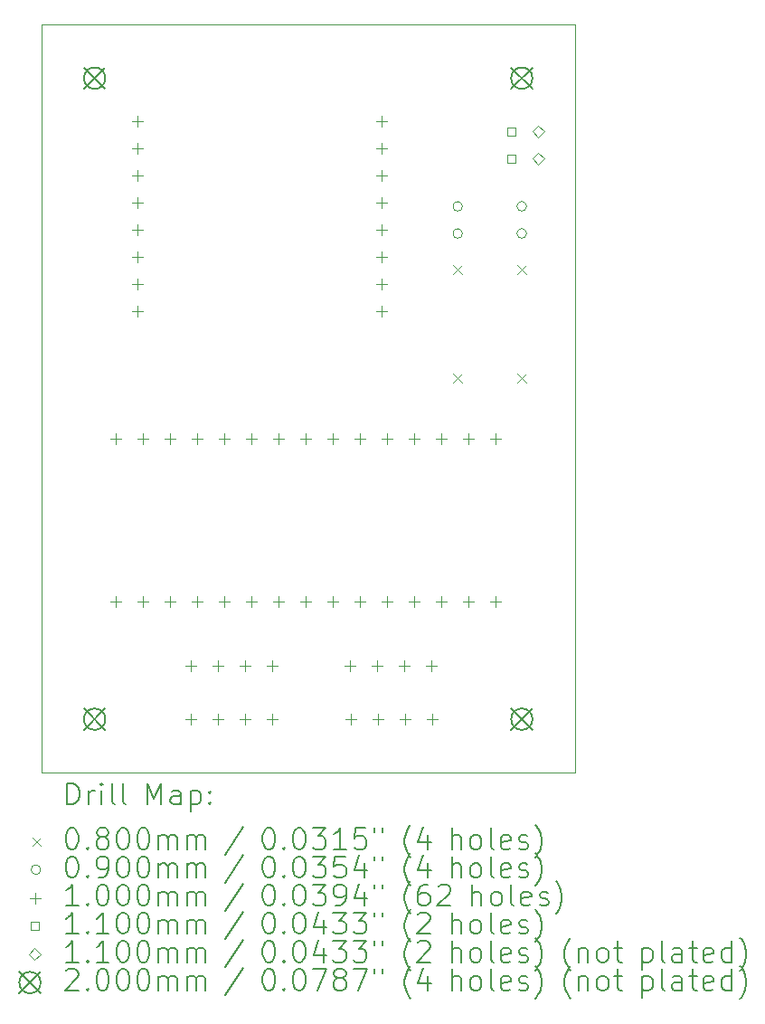
<source format=gbr>
%TF.GenerationSoftware,KiCad,Pcbnew,(7.0.0)*%
%TF.CreationDate,2023-07-19T17:41:16-04:00*%
%TF.ProjectId,board_pf_cese,626f6172-645f-4706-965f-636573652e6b,rev?*%
%TF.SameCoordinates,Original*%
%TF.FileFunction,Drillmap*%
%TF.FilePolarity,Positive*%
%FSLAX45Y45*%
G04 Gerber Fmt 4.5, Leading zero omitted, Abs format (unit mm)*
G04 Created by KiCad (PCBNEW (7.0.0)) date 2023-07-19 17:41:16*
%MOMM*%
%LPD*%
G01*
G04 APERTURE LIST*
%ADD10C,0.100000*%
%ADD11C,0.200000*%
%ADD12C,0.080000*%
%ADD13C,0.090000*%
%ADD14C,0.110000*%
G04 APERTURE END LIST*
D10*
X10000000Y-6200000D02*
X15000000Y-6200000D01*
X15000000Y-6200000D02*
X15000000Y-13200000D01*
X15000000Y-13200000D02*
X10000000Y-13200000D01*
X10000000Y-13200000D02*
X10000000Y-6200000D01*
D11*
D12*
X13860000Y-8452000D02*
X13940000Y-8532000D01*
X13940000Y-8452000D02*
X13860000Y-8532000D01*
X13860000Y-9468000D02*
X13940000Y-9548000D01*
X13940000Y-9468000D02*
X13860000Y-9548000D01*
X14460000Y-8452000D02*
X14540000Y-8532000D01*
X14540000Y-8452000D02*
X14460000Y-8532000D01*
X14460000Y-9468000D02*
X14540000Y-9548000D01*
X14540000Y-9468000D02*
X14460000Y-9548000D01*
D13*
X13945000Y-7900000D02*
G75*
G03*
X13945000Y-7900000I-45000J0D01*
G01*
X13945000Y-8154000D02*
G75*
G03*
X13945000Y-8154000I-45000J0D01*
G01*
X14545000Y-7900000D02*
G75*
G03*
X14545000Y-7900000I-45000J0D01*
G01*
X14545000Y-8154000D02*
G75*
G03*
X14545000Y-8154000I-45000J0D01*
G01*
D10*
X10700000Y-10026000D02*
X10700000Y-10126000D01*
X10650000Y-10076000D02*
X10750000Y-10076000D01*
X10700000Y-11550000D02*
X10700000Y-11650000D01*
X10650000Y-11600000D02*
X10750000Y-11600000D01*
X10900000Y-7050000D02*
X10900000Y-7150000D01*
X10850000Y-7100000D02*
X10950000Y-7100000D01*
X10900000Y-7304000D02*
X10900000Y-7404000D01*
X10850000Y-7354000D02*
X10950000Y-7354000D01*
X10900000Y-7558000D02*
X10900000Y-7658000D01*
X10850000Y-7608000D02*
X10950000Y-7608000D01*
X10900000Y-7812000D02*
X10900000Y-7912000D01*
X10850000Y-7862000D02*
X10950000Y-7862000D01*
X10900000Y-8066000D02*
X10900000Y-8166000D01*
X10850000Y-8116000D02*
X10950000Y-8116000D01*
X10900000Y-8320000D02*
X10900000Y-8420000D01*
X10850000Y-8370000D02*
X10950000Y-8370000D01*
X10900000Y-8574000D02*
X10900000Y-8674000D01*
X10850000Y-8624000D02*
X10950000Y-8624000D01*
X10900000Y-8828000D02*
X10900000Y-8928000D01*
X10850000Y-8878000D02*
X10950000Y-8878000D01*
X10954000Y-10026000D02*
X10954000Y-10126000D01*
X10904000Y-10076000D02*
X11004000Y-10076000D01*
X10954000Y-11550000D02*
X10954000Y-11650000D01*
X10904000Y-11600000D02*
X11004000Y-11600000D01*
X11208000Y-10026000D02*
X11208000Y-10126000D01*
X11158000Y-10076000D02*
X11258000Y-10076000D01*
X11208000Y-11550000D02*
X11208000Y-11650000D01*
X11158000Y-11600000D02*
X11258000Y-11600000D01*
X11400000Y-12150000D02*
X11400000Y-12250000D01*
X11350000Y-12200000D02*
X11450000Y-12200000D01*
X11400000Y-12650000D02*
X11400000Y-12750000D01*
X11350000Y-12700000D02*
X11450000Y-12700000D01*
X11462000Y-10026000D02*
X11462000Y-10126000D01*
X11412000Y-10076000D02*
X11512000Y-10076000D01*
X11462000Y-11550000D02*
X11462000Y-11650000D01*
X11412000Y-11600000D02*
X11512000Y-11600000D01*
X11654000Y-12150000D02*
X11654000Y-12250000D01*
X11604000Y-12200000D02*
X11704000Y-12200000D01*
X11654000Y-12650000D02*
X11654000Y-12750000D01*
X11604000Y-12700000D02*
X11704000Y-12700000D01*
X11716000Y-10026000D02*
X11716000Y-10126000D01*
X11666000Y-10076000D02*
X11766000Y-10076000D01*
X11716000Y-11550000D02*
X11716000Y-11650000D01*
X11666000Y-11600000D02*
X11766000Y-11600000D01*
X11908000Y-12150000D02*
X11908000Y-12250000D01*
X11858000Y-12200000D02*
X11958000Y-12200000D01*
X11908000Y-12650000D02*
X11908000Y-12750000D01*
X11858000Y-12700000D02*
X11958000Y-12700000D01*
X11970000Y-10026000D02*
X11970000Y-10126000D01*
X11920000Y-10076000D02*
X12020000Y-10076000D01*
X11970000Y-11550000D02*
X11970000Y-11650000D01*
X11920000Y-11600000D02*
X12020000Y-11600000D01*
X12162000Y-12150000D02*
X12162000Y-12250000D01*
X12112000Y-12200000D02*
X12212000Y-12200000D01*
X12162000Y-12650000D02*
X12162000Y-12750000D01*
X12112000Y-12700000D02*
X12212000Y-12700000D01*
X12224000Y-10026000D02*
X12224000Y-10126000D01*
X12174000Y-10076000D02*
X12274000Y-10076000D01*
X12224000Y-11550000D02*
X12224000Y-11650000D01*
X12174000Y-11600000D02*
X12274000Y-11600000D01*
X12478000Y-10026000D02*
X12478000Y-10126000D01*
X12428000Y-10076000D02*
X12528000Y-10076000D01*
X12478000Y-11550000D02*
X12478000Y-11650000D01*
X12428000Y-11600000D02*
X12528000Y-11600000D01*
X12732000Y-10026000D02*
X12732000Y-10126000D01*
X12682000Y-10076000D02*
X12782000Y-10076000D01*
X12732000Y-11550000D02*
X12732000Y-11650000D01*
X12682000Y-11600000D02*
X12782000Y-11600000D01*
X12892000Y-12150000D02*
X12892000Y-12250000D01*
X12842000Y-12200000D02*
X12942000Y-12200000D01*
X12900000Y-12650000D02*
X12900000Y-12750000D01*
X12850000Y-12700000D02*
X12950000Y-12700000D01*
X12986000Y-10026000D02*
X12986000Y-10126000D01*
X12936000Y-10076000D02*
X13036000Y-10076000D01*
X12986000Y-11550000D02*
X12986000Y-11650000D01*
X12936000Y-11600000D02*
X13036000Y-11600000D01*
X13146000Y-12150000D02*
X13146000Y-12250000D01*
X13096000Y-12200000D02*
X13196000Y-12200000D01*
X13154000Y-12650000D02*
X13154000Y-12750000D01*
X13104000Y-12700000D02*
X13204000Y-12700000D01*
X13186000Y-7050000D02*
X13186000Y-7150000D01*
X13136000Y-7100000D02*
X13236000Y-7100000D01*
X13186000Y-7304000D02*
X13186000Y-7404000D01*
X13136000Y-7354000D02*
X13236000Y-7354000D01*
X13186000Y-7558000D02*
X13186000Y-7658000D01*
X13136000Y-7608000D02*
X13236000Y-7608000D01*
X13186000Y-7812000D02*
X13186000Y-7912000D01*
X13136000Y-7862000D02*
X13236000Y-7862000D01*
X13186000Y-8066000D02*
X13186000Y-8166000D01*
X13136000Y-8116000D02*
X13236000Y-8116000D01*
X13186000Y-8320000D02*
X13186000Y-8420000D01*
X13136000Y-8370000D02*
X13236000Y-8370000D01*
X13186000Y-8574000D02*
X13186000Y-8674000D01*
X13136000Y-8624000D02*
X13236000Y-8624000D01*
X13186000Y-8828000D02*
X13186000Y-8928000D01*
X13136000Y-8878000D02*
X13236000Y-8878000D01*
X13240000Y-10026000D02*
X13240000Y-10126000D01*
X13190000Y-10076000D02*
X13290000Y-10076000D01*
X13240000Y-11550000D02*
X13240000Y-11650000D01*
X13190000Y-11600000D02*
X13290000Y-11600000D01*
X13400000Y-12150000D02*
X13400000Y-12250000D01*
X13350000Y-12200000D02*
X13450000Y-12200000D01*
X13408000Y-12650000D02*
X13408000Y-12750000D01*
X13358000Y-12700000D02*
X13458000Y-12700000D01*
X13494000Y-10026000D02*
X13494000Y-10126000D01*
X13444000Y-10076000D02*
X13544000Y-10076000D01*
X13494000Y-11550000D02*
X13494000Y-11650000D01*
X13444000Y-11600000D02*
X13544000Y-11600000D01*
X13654000Y-12150000D02*
X13654000Y-12250000D01*
X13604000Y-12200000D02*
X13704000Y-12200000D01*
X13662000Y-12650000D02*
X13662000Y-12750000D01*
X13612000Y-12700000D02*
X13712000Y-12700000D01*
X13748000Y-10026000D02*
X13748000Y-10126000D01*
X13698000Y-10076000D02*
X13798000Y-10076000D01*
X13748000Y-11550000D02*
X13748000Y-11650000D01*
X13698000Y-11600000D02*
X13798000Y-11600000D01*
X14002000Y-10026000D02*
X14002000Y-10126000D01*
X13952000Y-10076000D02*
X14052000Y-10076000D01*
X14002000Y-11550000D02*
X14002000Y-11650000D01*
X13952000Y-11600000D02*
X14052000Y-11600000D01*
X14256000Y-10026000D02*
X14256000Y-10126000D01*
X14206000Y-10076000D02*
X14306000Y-10076000D01*
X14256000Y-11550000D02*
X14256000Y-11650000D01*
X14206000Y-11600000D02*
X14306000Y-11600000D01*
D14*
X14438891Y-7238891D02*
X14438891Y-7161109D01*
X14361109Y-7161109D01*
X14361109Y-7238891D01*
X14438891Y-7238891D01*
X14438891Y-7492891D02*
X14438891Y-7415109D01*
X14361109Y-7415109D01*
X14361109Y-7492891D01*
X14438891Y-7492891D01*
X14654000Y-7255000D02*
X14709000Y-7200000D01*
X14654000Y-7145000D01*
X14599000Y-7200000D01*
X14654000Y-7255000D01*
X14654000Y-7509000D02*
X14709000Y-7454000D01*
X14654000Y-7399000D01*
X14599000Y-7454000D01*
X14654000Y-7509000D01*
D11*
X10400000Y-6600000D02*
X10600000Y-6800000D01*
X10600000Y-6600000D02*
X10400000Y-6800000D01*
X10600000Y-6700000D02*
G75*
G03*
X10600000Y-6700000I-100000J0D01*
G01*
X10400000Y-12600000D02*
X10600000Y-12800000D01*
X10600000Y-12600000D02*
X10400000Y-12800000D01*
X10600000Y-12700000D02*
G75*
G03*
X10600000Y-12700000I-100000J0D01*
G01*
X14400000Y-6600000D02*
X14600000Y-6800000D01*
X14600000Y-6600000D02*
X14400000Y-6800000D01*
X14600000Y-6700000D02*
G75*
G03*
X14600000Y-6700000I-100000J0D01*
G01*
X14400000Y-12600000D02*
X14600000Y-12800000D01*
X14600000Y-12600000D02*
X14400000Y-12800000D01*
X14600000Y-12700000D02*
G75*
G03*
X14600000Y-12700000I-100000J0D01*
G01*
X10242619Y-13498476D02*
X10242619Y-13298476D01*
X10242619Y-13298476D02*
X10290238Y-13298476D01*
X10290238Y-13298476D02*
X10318810Y-13308000D01*
X10318810Y-13308000D02*
X10337857Y-13327048D01*
X10337857Y-13327048D02*
X10347381Y-13346095D01*
X10347381Y-13346095D02*
X10356905Y-13384190D01*
X10356905Y-13384190D02*
X10356905Y-13412762D01*
X10356905Y-13412762D02*
X10347381Y-13450857D01*
X10347381Y-13450857D02*
X10337857Y-13469905D01*
X10337857Y-13469905D02*
X10318810Y-13488952D01*
X10318810Y-13488952D02*
X10290238Y-13498476D01*
X10290238Y-13498476D02*
X10242619Y-13498476D01*
X10442619Y-13498476D02*
X10442619Y-13365143D01*
X10442619Y-13403238D02*
X10452143Y-13384190D01*
X10452143Y-13384190D02*
X10461667Y-13374667D01*
X10461667Y-13374667D02*
X10480714Y-13365143D01*
X10480714Y-13365143D02*
X10499762Y-13365143D01*
X10566429Y-13498476D02*
X10566429Y-13365143D01*
X10566429Y-13298476D02*
X10556905Y-13308000D01*
X10556905Y-13308000D02*
X10566429Y-13317524D01*
X10566429Y-13317524D02*
X10575952Y-13308000D01*
X10575952Y-13308000D02*
X10566429Y-13298476D01*
X10566429Y-13298476D02*
X10566429Y-13317524D01*
X10690238Y-13498476D02*
X10671190Y-13488952D01*
X10671190Y-13488952D02*
X10661667Y-13469905D01*
X10661667Y-13469905D02*
X10661667Y-13298476D01*
X10795000Y-13498476D02*
X10775952Y-13488952D01*
X10775952Y-13488952D02*
X10766429Y-13469905D01*
X10766429Y-13469905D02*
X10766429Y-13298476D01*
X10991190Y-13498476D02*
X10991190Y-13298476D01*
X10991190Y-13298476D02*
X11057857Y-13441333D01*
X11057857Y-13441333D02*
X11124524Y-13298476D01*
X11124524Y-13298476D02*
X11124524Y-13498476D01*
X11305476Y-13498476D02*
X11305476Y-13393714D01*
X11305476Y-13393714D02*
X11295952Y-13374667D01*
X11295952Y-13374667D02*
X11276905Y-13365143D01*
X11276905Y-13365143D02*
X11238809Y-13365143D01*
X11238809Y-13365143D02*
X11219762Y-13374667D01*
X11305476Y-13488952D02*
X11286428Y-13498476D01*
X11286428Y-13498476D02*
X11238809Y-13498476D01*
X11238809Y-13498476D02*
X11219762Y-13488952D01*
X11219762Y-13488952D02*
X11210238Y-13469905D01*
X11210238Y-13469905D02*
X11210238Y-13450857D01*
X11210238Y-13450857D02*
X11219762Y-13431809D01*
X11219762Y-13431809D02*
X11238809Y-13422286D01*
X11238809Y-13422286D02*
X11286428Y-13422286D01*
X11286428Y-13422286D02*
X11305476Y-13412762D01*
X11400714Y-13365143D02*
X11400714Y-13565143D01*
X11400714Y-13374667D02*
X11419762Y-13365143D01*
X11419762Y-13365143D02*
X11457857Y-13365143D01*
X11457857Y-13365143D02*
X11476905Y-13374667D01*
X11476905Y-13374667D02*
X11486428Y-13384190D01*
X11486428Y-13384190D02*
X11495952Y-13403238D01*
X11495952Y-13403238D02*
X11495952Y-13460381D01*
X11495952Y-13460381D02*
X11486428Y-13479428D01*
X11486428Y-13479428D02*
X11476905Y-13488952D01*
X11476905Y-13488952D02*
X11457857Y-13498476D01*
X11457857Y-13498476D02*
X11419762Y-13498476D01*
X11419762Y-13498476D02*
X11400714Y-13488952D01*
X11581667Y-13479428D02*
X11591190Y-13488952D01*
X11591190Y-13488952D02*
X11581667Y-13498476D01*
X11581667Y-13498476D02*
X11572143Y-13488952D01*
X11572143Y-13488952D02*
X11581667Y-13479428D01*
X11581667Y-13479428D02*
X11581667Y-13498476D01*
X11581667Y-13374667D02*
X11591190Y-13384190D01*
X11591190Y-13384190D02*
X11581667Y-13393714D01*
X11581667Y-13393714D02*
X11572143Y-13384190D01*
X11572143Y-13384190D02*
X11581667Y-13374667D01*
X11581667Y-13374667D02*
X11581667Y-13393714D01*
D12*
X9915000Y-13805000D02*
X9995000Y-13885000D01*
X9995000Y-13805000D02*
X9915000Y-13885000D01*
D11*
X10280714Y-13718476D02*
X10299762Y-13718476D01*
X10299762Y-13718476D02*
X10318810Y-13728000D01*
X10318810Y-13728000D02*
X10328333Y-13737524D01*
X10328333Y-13737524D02*
X10337857Y-13756571D01*
X10337857Y-13756571D02*
X10347381Y-13794667D01*
X10347381Y-13794667D02*
X10347381Y-13842286D01*
X10347381Y-13842286D02*
X10337857Y-13880381D01*
X10337857Y-13880381D02*
X10328333Y-13899428D01*
X10328333Y-13899428D02*
X10318810Y-13908952D01*
X10318810Y-13908952D02*
X10299762Y-13918476D01*
X10299762Y-13918476D02*
X10280714Y-13918476D01*
X10280714Y-13918476D02*
X10261667Y-13908952D01*
X10261667Y-13908952D02*
X10252143Y-13899428D01*
X10252143Y-13899428D02*
X10242619Y-13880381D01*
X10242619Y-13880381D02*
X10233095Y-13842286D01*
X10233095Y-13842286D02*
X10233095Y-13794667D01*
X10233095Y-13794667D02*
X10242619Y-13756571D01*
X10242619Y-13756571D02*
X10252143Y-13737524D01*
X10252143Y-13737524D02*
X10261667Y-13728000D01*
X10261667Y-13728000D02*
X10280714Y-13718476D01*
X10433095Y-13899428D02*
X10442619Y-13908952D01*
X10442619Y-13908952D02*
X10433095Y-13918476D01*
X10433095Y-13918476D02*
X10423571Y-13908952D01*
X10423571Y-13908952D02*
X10433095Y-13899428D01*
X10433095Y-13899428D02*
X10433095Y-13918476D01*
X10556905Y-13804190D02*
X10537857Y-13794667D01*
X10537857Y-13794667D02*
X10528333Y-13785143D01*
X10528333Y-13785143D02*
X10518810Y-13766095D01*
X10518810Y-13766095D02*
X10518810Y-13756571D01*
X10518810Y-13756571D02*
X10528333Y-13737524D01*
X10528333Y-13737524D02*
X10537857Y-13728000D01*
X10537857Y-13728000D02*
X10556905Y-13718476D01*
X10556905Y-13718476D02*
X10595000Y-13718476D01*
X10595000Y-13718476D02*
X10614048Y-13728000D01*
X10614048Y-13728000D02*
X10623571Y-13737524D01*
X10623571Y-13737524D02*
X10633095Y-13756571D01*
X10633095Y-13756571D02*
X10633095Y-13766095D01*
X10633095Y-13766095D02*
X10623571Y-13785143D01*
X10623571Y-13785143D02*
X10614048Y-13794667D01*
X10614048Y-13794667D02*
X10595000Y-13804190D01*
X10595000Y-13804190D02*
X10556905Y-13804190D01*
X10556905Y-13804190D02*
X10537857Y-13813714D01*
X10537857Y-13813714D02*
X10528333Y-13823238D01*
X10528333Y-13823238D02*
X10518810Y-13842286D01*
X10518810Y-13842286D02*
X10518810Y-13880381D01*
X10518810Y-13880381D02*
X10528333Y-13899428D01*
X10528333Y-13899428D02*
X10537857Y-13908952D01*
X10537857Y-13908952D02*
X10556905Y-13918476D01*
X10556905Y-13918476D02*
X10595000Y-13918476D01*
X10595000Y-13918476D02*
X10614048Y-13908952D01*
X10614048Y-13908952D02*
X10623571Y-13899428D01*
X10623571Y-13899428D02*
X10633095Y-13880381D01*
X10633095Y-13880381D02*
X10633095Y-13842286D01*
X10633095Y-13842286D02*
X10623571Y-13823238D01*
X10623571Y-13823238D02*
X10614048Y-13813714D01*
X10614048Y-13813714D02*
X10595000Y-13804190D01*
X10756905Y-13718476D02*
X10775952Y-13718476D01*
X10775952Y-13718476D02*
X10795000Y-13728000D01*
X10795000Y-13728000D02*
X10804524Y-13737524D01*
X10804524Y-13737524D02*
X10814048Y-13756571D01*
X10814048Y-13756571D02*
X10823571Y-13794667D01*
X10823571Y-13794667D02*
X10823571Y-13842286D01*
X10823571Y-13842286D02*
X10814048Y-13880381D01*
X10814048Y-13880381D02*
X10804524Y-13899428D01*
X10804524Y-13899428D02*
X10795000Y-13908952D01*
X10795000Y-13908952D02*
X10775952Y-13918476D01*
X10775952Y-13918476D02*
X10756905Y-13918476D01*
X10756905Y-13918476D02*
X10737857Y-13908952D01*
X10737857Y-13908952D02*
X10728333Y-13899428D01*
X10728333Y-13899428D02*
X10718810Y-13880381D01*
X10718810Y-13880381D02*
X10709286Y-13842286D01*
X10709286Y-13842286D02*
X10709286Y-13794667D01*
X10709286Y-13794667D02*
X10718810Y-13756571D01*
X10718810Y-13756571D02*
X10728333Y-13737524D01*
X10728333Y-13737524D02*
X10737857Y-13728000D01*
X10737857Y-13728000D02*
X10756905Y-13718476D01*
X10947381Y-13718476D02*
X10966429Y-13718476D01*
X10966429Y-13718476D02*
X10985476Y-13728000D01*
X10985476Y-13728000D02*
X10995000Y-13737524D01*
X10995000Y-13737524D02*
X11004524Y-13756571D01*
X11004524Y-13756571D02*
X11014048Y-13794667D01*
X11014048Y-13794667D02*
X11014048Y-13842286D01*
X11014048Y-13842286D02*
X11004524Y-13880381D01*
X11004524Y-13880381D02*
X10995000Y-13899428D01*
X10995000Y-13899428D02*
X10985476Y-13908952D01*
X10985476Y-13908952D02*
X10966429Y-13918476D01*
X10966429Y-13918476D02*
X10947381Y-13918476D01*
X10947381Y-13918476D02*
X10928333Y-13908952D01*
X10928333Y-13908952D02*
X10918810Y-13899428D01*
X10918810Y-13899428D02*
X10909286Y-13880381D01*
X10909286Y-13880381D02*
X10899762Y-13842286D01*
X10899762Y-13842286D02*
X10899762Y-13794667D01*
X10899762Y-13794667D02*
X10909286Y-13756571D01*
X10909286Y-13756571D02*
X10918810Y-13737524D01*
X10918810Y-13737524D02*
X10928333Y-13728000D01*
X10928333Y-13728000D02*
X10947381Y-13718476D01*
X11099762Y-13918476D02*
X11099762Y-13785143D01*
X11099762Y-13804190D02*
X11109286Y-13794667D01*
X11109286Y-13794667D02*
X11128333Y-13785143D01*
X11128333Y-13785143D02*
X11156905Y-13785143D01*
X11156905Y-13785143D02*
X11175952Y-13794667D01*
X11175952Y-13794667D02*
X11185476Y-13813714D01*
X11185476Y-13813714D02*
X11185476Y-13918476D01*
X11185476Y-13813714D02*
X11195000Y-13794667D01*
X11195000Y-13794667D02*
X11214048Y-13785143D01*
X11214048Y-13785143D02*
X11242619Y-13785143D01*
X11242619Y-13785143D02*
X11261667Y-13794667D01*
X11261667Y-13794667D02*
X11271190Y-13813714D01*
X11271190Y-13813714D02*
X11271190Y-13918476D01*
X11366429Y-13918476D02*
X11366429Y-13785143D01*
X11366429Y-13804190D02*
X11375952Y-13794667D01*
X11375952Y-13794667D02*
X11395000Y-13785143D01*
X11395000Y-13785143D02*
X11423571Y-13785143D01*
X11423571Y-13785143D02*
X11442619Y-13794667D01*
X11442619Y-13794667D02*
X11452143Y-13813714D01*
X11452143Y-13813714D02*
X11452143Y-13918476D01*
X11452143Y-13813714D02*
X11461667Y-13794667D01*
X11461667Y-13794667D02*
X11480714Y-13785143D01*
X11480714Y-13785143D02*
X11509286Y-13785143D01*
X11509286Y-13785143D02*
X11528333Y-13794667D01*
X11528333Y-13794667D02*
X11537857Y-13813714D01*
X11537857Y-13813714D02*
X11537857Y-13918476D01*
X11895952Y-13708952D02*
X11724524Y-13966095D01*
X12120714Y-13718476D02*
X12139762Y-13718476D01*
X12139762Y-13718476D02*
X12158810Y-13728000D01*
X12158810Y-13728000D02*
X12168333Y-13737524D01*
X12168333Y-13737524D02*
X12177857Y-13756571D01*
X12177857Y-13756571D02*
X12187381Y-13794667D01*
X12187381Y-13794667D02*
X12187381Y-13842286D01*
X12187381Y-13842286D02*
X12177857Y-13880381D01*
X12177857Y-13880381D02*
X12168333Y-13899428D01*
X12168333Y-13899428D02*
X12158810Y-13908952D01*
X12158810Y-13908952D02*
X12139762Y-13918476D01*
X12139762Y-13918476D02*
X12120714Y-13918476D01*
X12120714Y-13918476D02*
X12101667Y-13908952D01*
X12101667Y-13908952D02*
X12092143Y-13899428D01*
X12092143Y-13899428D02*
X12082619Y-13880381D01*
X12082619Y-13880381D02*
X12073095Y-13842286D01*
X12073095Y-13842286D02*
X12073095Y-13794667D01*
X12073095Y-13794667D02*
X12082619Y-13756571D01*
X12082619Y-13756571D02*
X12092143Y-13737524D01*
X12092143Y-13737524D02*
X12101667Y-13728000D01*
X12101667Y-13728000D02*
X12120714Y-13718476D01*
X12273095Y-13899428D02*
X12282619Y-13908952D01*
X12282619Y-13908952D02*
X12273095Y-13918476D01*
X12273095Y-13918476D02*
X12263571Y-13908952D01*
X12263571Y-13908952D02*
X12273095Y-13899428D01*
X12273095Y-13899428D02*
X12273095Y-13918476D01*
X12406429Y-13718476D02*
X12425476Y-13718476D01*
X12425476Y-13718476D02*
X12444524Y-13728000D01*
X12444524Y-13728000D02*
X12454048Y-13737524D01*
X12454048Y-13737524D02*
X12463571Y-13756571D01*
X12463571Y-13756571D02*
X12473095Y-13794667D01*
X12473095Y-13794667D02*
X12473095Y-13842286D01*
X12473095Y-13842286D02*
X12463571Y-13880381D01*
X12463571Y-13880381D02*
X12454048Y-13899428D01*
X12454048Y-13899428D02*
X12444524Y-13908952D01*
X12444524Y-13908952D02*
X12425476Y-13918476D01*
X12425476Y-13918476D02*
X12406429Y-13918476D01*
X12406429Y-13918476D02*
X12387381Y-13908952D01*
X12387381Y-13908952D02*
X12377857Y-13899428D01*
X12377857Y-13899428D02*
X12368333Y-13880381D01*
X12368333Y-13880381D02*
X12358810Y-13842286D01*
X12358810Y-13842286D02*
X12358810Y-13794667D01*
X12358810Y-13794667D02*
X12368333Y-13756571D01*
X12368333Y-13756571D02*
X12377857Y-13737524D01*
X12377857Y-13737524D02*
X12387381Y-13728000D01*
X12387381Y-13728000D02*
X12406429Y-13718476D01*
X12539762Y-13718476D02*
X12663571Y-13718476D01*
X12663571Y-13718476D02*
X12596905Y-13794667D01*
X12596905Y-13794667D02*
X12625476Y-13794667D01*
X12625476Y-13794667D02*
X12644524Y-13804190D01*
X12644524Y-13804190D02*
X12654048Y-13813714D01*
X12654048Y-13813714D02*
X12663571Y-13832762D01*
X12663571Y-13832762D02*
X12663571Y-13880381D01*
X12663571Y-13880381D02*
X12654048Y-13899428D01*
X12654048Y-13899428D02*
X12644524Y-13908952D01*
X12644524Y-13908952D02*
X12625476Y-13918476D01*
X12625476Y-13918476D02*
X12568333Y-13918476D01*
X12568333Y-13918476D02*
X12549286Y-13908952D01*
X12549286Y-13908952D02*
X12539762Y-13899428D01*
X12854048Y-13918476D02*
X12739762Y-13918476D01*
X12796905Y-13918476D02*
X12796905Y-13718476D01*
X12796905Y-13718476D02*
X12777857Y-13747048D01*
X12777857Y-13747048D02*
X12758810Y-13766095D01*
X12758810Y-13766095D02*
X12739762Y-13775619D01*
X13035000Y-13718476D02*
X12939762Y-13718476D01*
X12939762Y-13718476D02*
X12930238Y-13813714D01*
X12930238Y-13813714D02*
X12939762Y-13804190D01*
X12939762Y-13804190D02*
X12958810Y-13794667D01*
X12958810Y-13794667D02*
X13006429Y-13794667D01*
X13006429Y-13794667D02*
X13025476Y-13804190D01*
X13025476Y-13804190D02*
X13035000Y-13813714D01*
X13035000Y-13813714D02*
X13044524Y-13832762D01*
X13044524Y-13832762D02*
X13044524Y-13880381D01*
X13044524Y-13880381D02*
X13035000Y-13899428D01*
X13035000Y-13899428D02*
X13025476Y-13908952D01*
X13025476Y-13908952D02*
X13006429Y-13918476D01*
X13006429Y-13918476D02*
X12958810Y-13918476D01*
X12958810Y-13918476D02*
X12939762Y-13908952D01*
X12939762Y-13908952D02*
X12930238Y-13899428D01*
X13120714Y-13718476D02*
X13120714Y-13756571D01*
X13196905Y-13718476D02*
X13196905Y-13756571D01*
X13459762Y-13994667D02*
X13450238Y-13985143D01*
X13450238Y-13985143D02*
X13431191Y-13956571D01*
X13431191Y-13956571D02*
X13421667Y-13937524D01*
X13421667Y-13937524D02*
X13412143Y-13908952D01*
X13412143Y-13908952D02*
X13402619Y-13861333D01*
X13402619Y-13861333D02*
X13402619Y-13823238D01*
X13402619Y-13823238D02*
X13412143Y-13775619D01*
X13412143Y-13775619D02*
X13421667Y-13747048D01*
X13421667Y-13747048D02*
X13431191Y-13728000D01*
X13431191Y-13728000D02*
X13450238Y-13699428D01*
X13450238Y-13699428D02*
X13459762Y-13689905D01*
X13621667Y-13785143D02*
X13621667Y-13918476D01*
X13574048Y-13708952D02*
X13526429Y-13851809D01*
X13526429Y-13851809D02*
X13650238Y-13851809D01*
X13846429Y-13918476D02*
X13846429Y-13718476D01*
X13932143Y-13918476D02*
X13932143Y-13813714D01*
X13932143Y-13813714D02*
X13922619Y-13794667D01*
X13922619Y-13794667D02*
X13903572Y-13785143D01*
X13903572Y-13785143D02*
X13875000Y-13785143D01*
X13875000Y-13785143D02*
X13855952Y-13794667D01*
X13855952Y-13794667D02*
X13846429Y-13804190D01*
X14055952Y-13918476D02*
X14036905Y-13908952D01*
X14036905Y-13908952D02*
X14027381Y-13899428D01*
X14027381Y-13899428D02*
X14017857Y-13880381D01*
X14017857Y-13880381D02*
X14017857Y-13823238D01*
X14017857Y-13823238D02*
X14027381Y-13804190D01*
X14027381Y-13804190D02*
X14036905Y-13794667D01*
X14036905Y-13794667D02*
X14055952Y-13785143D01*
X14055952Y-13785143D02*
X14084524Y-13785143D01*
X14084524Y-13785143D02*
X14103572Y-13794667D01*
X14103572Y-13794667D02*
X14113095Y-13804190D01*
X14113095Y-13804190D02*
X14122619Y-13823238D01*
X14122619Y-13823238D02*
X14122619Y-13880381D01*
X14122619Y-13880381D02*
X14113095Y-13899428D01*
X14113095Y-13899428D02*
X14103572Y-13908952D01*
X14103572Y-13908952D02*
X14084524Y-13918476D01*
X14084524Y-13918476D02*
X14055952Y-13918476D01*
X14236905Y-13918476D02*
X14217857Y-13908952D01*
X14217857Y-13908952D02*
X14208333Y-13889905D01*
X14208333Y-13889905D02*
X14208333Y-13718476D01*
X14389286Y-13908952D02*
X14370238Y-13918476D01*
X14370238Y-13918476D02*
X14332143Y-13918476D01*
X14332143Y-13918476D02*
X14313095Y-13908952D01*
X14313095Y-13908952D02*
X14303572Y-13889905D01*
X14303572Y-13889905D02*
X14303572Y-13813714D01*
X14303572Y-13813714D02*
X14313095Y-13794667D01*
X14313095Y-13794667D02*
X14332143Y-13785143D01*
X14332143Y-13785143D02*
X14370238Y-13785143D01*
X14370238Y-13785143D02*
X14389286Y-13794667D01*
X14389286Y-13794667D02*
X14398810Y-13813714D01*
X14398810Y-13813714D02*
X14398810Y-13832762D01*
X14398810Y-13832762D02*
X14303572Y-13851809D01*
X14475000Y-13908952D02*
X14494048Y-13918476D01*
X14494048Y-13918476D02*
X14532143Y-13918476D01*
X14532143Y-13918476D02*
X14551191Y-13908952D01*
X14551191Y-13908952D02*
X14560714Y-13889905D01*
X14560714Y-13889905D02*
X14560714Y-13880381D01*
X14560714Y-13880381D02*
X14551191Y-13861333D01*
X14551191Y-13861333D02*
X14532143Y-13851809D01*
X14532143Y-13851809D02*
X14503572Y-13851809D01*
X14503572Y-13851809D02*
X14484524Y-13842286D01*
X14484524Y-13842286D02*
X14475000Y-13823238D01*
X14475000Y-13823238D02*
X14475000Y-13813714D01*
X14475000Y-13813714D02*
X14484524Y-13794667D01*
X14484524Y-13794667D02*
X14503572Y-13785143D01*
X14503572Y-13785143D02*
X14532143Y-13785143D01*
X14532143Y-13785143D02*
X14551191Y-13794667D01*
X14627381Y-13994667D02*
X14636905Y-13985143D01*
X14636905Y-13985143D02*
X14655953Y-13956571D01*
X14655953Y-13956571D02*
X14665476Y-13937524D01*
X14665476Y-13937524D02*
X14675000Y-13908952D01*
X14675000Y-13908952D02*
X14684524Y-13861333D01*
X14684524Y-13861333D02*
X14684524Y-13823238D01*
X14684524Y-13823238D02*
X14675000Y-13775619D01*
X14675000Y-13775619D02*
X14665476Y-13747048D01*
X14665476Y-13747048D02*
X14655953Y-13728000D01*
X14655953Y-13728000D02*
X14636905Y-13699428D01*
X14636905Y-13699428D02*
X14627381Y-13689905D01*
D13*
X9995000Y-14109000D02*
G75*
G03*
X9995000Y-14109000I-45000J0D01*
G01*
D11*
X10280714Y-13982476D02*
X10299762Y-13982476D01*
X10299762Y-13982476D02*
X10318810Y-13992000D01*
X10318810Y-13992000D02*
X10328333Y-14001524D01*
X10328333Y-14001524D02*
X10337857Y-14020571D01*
X10337857Y-14020571D02*
X10347381Y-14058667D01*
X10347381Y-14058667D02*
X10347381Y-14106286D01*
X10347381Y-14106286D02*
X10337857Y-14144381D01*
X10337857Y-14144381D02*
X10328333Y-14163428D01*
X10328333Y-14163428D02*
X10318810Y-14172952D01*
X10318810Y-14172952D02*
X10299762Y-14182476D01*
X10299762Y-14182476D02*
X10280714Y-14182476D01*
X10280714Y-14182476D02*
X10261667Y-14172952D01*
X10261667Y-14172952D02*
X10252143Y-14163428D01*
X10252143Y-14163428D02*
X10242619Y-14144381D01*
X10242619Y-14144381D02*
X10233095Y-14106286D01*
X10233095Y-14106286D02*
X10233095Y-14058667D01*
X10233095Y-14058667D02*
X10242619Y-14020571D01*
X10242619Y-14020571D02*
X10252143Y-14001524D01*
X10252143Y-14001524D02*
X10261667Y-13992000D01*
X10261667Y-13992000D02*
X10280714Y-13982476D01*
X10433095Y-14163428D02*
X10442619Y-14172952D01*
X10442619Y-14172952D02*
X10433095Y-14182476D01*
X10433095Y-14182476D02*
X10423571Y-14172952D01*
X10423571Y-14172952D02*
X10433095Y-14163428D01*
X10433095Y-14163428D02*
X10433095Y-14182476D01*
X10537857Y-14182476D02*
X10575952Y-14182476D01*
X10575952Y-14182476D02*
X10595000Y-14172952D01*
X10595000Y-14172952D02*
X10604524Y-14163428D01*
X10604524Y-14163428D02*
X10623571Y-14134857D01*
X10623571Y-14134857D02*
X10633095Y-14096762D01*
X10633095Y-14096762D02*
X10633095Y-14020571D01*
X10633095Y-14020571D02*
X10623571Y-14001524D01*
X10623571Y-14001524D02*
X10614048Y-13992000D01*
X10614048Y-13992000D02*
X10595000Y-13982476D01*
X10595000Y-13982476D02*
X10556905Y-13982476D01*
X10556905Y-13982476D02*
X10537857Y-13992000D01*
X10537857Y-13992000D02*
X10528333Y-14001524D01*
X10528333Y-14001524D02*
X10518810Y-14020571D01*
X10518810Y-14020571D02*
X10518810Y-14068190D01*
X10518810Y-14068190D02*
X10528333Y-14087238D01*
X10528333Y-14087238D02*
X10537857Y-14096762D01*
X10537857Y-14096762D02*
X10556905Y-14106286D01*
X10556905Y-14106286D02*
X10595000Y-14106286D01*
X10595000Y-14106286D02*
X10614048Y-14096762D01*
X10614048Y-14096762D02*
X10623571Y-14087238D01*
X10623571Y-14087238D02*
X10633095Y-14068190D01*
X10756905Y-13982476D02*
X10775952Y-13982476D01*
X10775952Y-13982476D02*
X10795000Y-13992000D01*
X10795000Y-13992000D02*
X10804524Y-14001524D01*
X10804524Y-14001524D02*
X10814048Y-14020571D01*
X10814048Y-14020571D02*
X10823571Y-14058667D01*
X10823571Y-14058667D02*
X10823571Y-14106286D01*
X10823571Y-14106286D02*
X10814048Y-14144381D01*
X10814048Y-14144381D02*
X10804524Y-14163428D01*
X10804524Y-14163428D02*
X10795000Y-14172952D01*
X10795000Y-14172952D02*
X10775952Y-14182476D01*
X10775952Y-14182476D02*
X10756905Y-14182476D01*
X10756905Y-14182476D02*
X10737857Y-14172952D01*
X10737857Y-14172952D02*
X10728333Y-14163428D01*
X10728333Y-14163428D02*
X10718810Y-14144381D01*
X10718810Y-14144381D02*
X10709286Y-14106286D01*
X10709286Y-14106286D02*
X10709286Y-14058667D01*
X10709286Y-14058667D02*
X10718810Y-14020571D01*
X10718810Y-14020571D02*
X10728333Y-14001524D01*
X10728333Y-14001524D02*
X10737857Y-13992000D01*
X10737857Y-13992000D02*
X10756905Y-13982476D01*
X10947381Y-13982476D02*
X10966429Y-13982476D01*
X10966429Y-13982476D02*
X10985476Y-13992000D01*
X10985476Y-13992000D02*
X10995000Y-14001524D01*
X10995000Y-14001524D02*
X11004524Y-14020571D01*
X11004524Y-14020571D02*
X11014048Y-14058667D01*
X11014048Y-14058667D02*
X11014048Y-14106286D01*
X11014048Y-14106286D02*
X11004524Y-14144381D01*
X11004524Y-14144381D02*
X10995000Y-14163428D01*
X10995000Y-14163428D02*
X10985476Y-14172952D01*
X10985476Y-14172952D02*
X10966429Y-14182476D01*
X10966429Y-14182476D02*
X10947381Y-14182476D01*
X10947381Y-14182476D02*
X10928333Y-14172952D01*
X10928333Y-14172952D02*
X10918810Y-14163428D01*
X10918810Y-14163428D02*
X10909286Y-14144381D01*
X10909286Y-14144381D02*
X10899762Y-14106286D01*
X10899762Y-14106286D02*
X10899762Y-14058667D01*
X10899762Y-14058667D02*
X10909286Y-14020571D01*
X10909286Y-14020571D02*
X10918810Y-14001524D01*
X10918810Y-14001524D02*
X10928333Y-13992000D01*
X10928333Y-13992000D02*
X10947381Y-13982476D01*
X11099762Y-14182476D02*
X11099762Y-14049143D01*
X11099762Y-14068190D02*
X11109286Y-14058667D01*
X11109286Y-14058667D02*
X11128333Y-14049143D01*
X11128333Y-14049143D02*
X11156905Y-14049143D01*
X11156905Y-14049143D02*
X11175952Y-14058667D01*
X11175952Y-14058667D02*
X11185476Y-14077714D01*
X11185476Y-14077714D02*
X11185476Y-14182476D01*
X11185476Y-14077714D02*
X11195000Y-14058667D01*
X11195000Y-14058667D02*
X11214048Y-14049143D01*
X11214048Y-14049143D02*
X11242619Y-14049143D01*
X11242619Y-14049143D02*
X11261667Y-14058667D01*
X11261667Y-14058667D02*
X11271190Y-14077714D01*
X11271190Y-14077714D02*
X11271190Y-14182476D01*
X11366429Y-14182476D02*
X11366429Y-14049143D01*
X11366429Y-14068190D02*
X11375952Y-14058667D01*
X11375952Y-14058667D02*
X11395000Y-14049143D01*
X11395000Y-14049143D02*
X11423571Y-14049143D01*
X11423571Y-14049143D02*
X11442619Y-14058667D01*
X11442619Y-14058667D02*
X11452143Y-14077714D01*
X11452143Y-14077714D02*
X11452143Y-14182476D01*
X11452143Y-14077714D02*
X11461667Y-14058667D01*
X11461667Y-14058667D02*
X11480714Y-14049143D01*
X11480714Y-14049143D02*
X11509286Y-14049143D01*
X11509286Y-14049143D02*
X11528333Y-14058667D01*
X11528333Y-14058667D02*
X11537857Y-14077714D01*
X11537857Y-14077714D02*
X11537857Y-14182476D01*
X11895952Y-13972952D02*
X11724524Y-14230095D01*
X12120714Y-13982476D02*
X12139762Y-13982476D01*
X12139762Y-13982476D02*
X12158810Y-13992000D01*
X12158810Y-13992000D02*
X12168333Y-14001524D01*
X12168333Y-14001524D02*
X12177857Y-14020571D01*
X12177857Y-14020571D02*
X12187381Y-14058667D01*
X12187381Y-14058667D02*
X12187381Y-14106286D01*
X12187381Y-14106286D02*
X12177857Y-14144381D01*
X12177857Y-14144381D02*
X12168333Y-14163428D01*
X12168333Y-14163428D02*
X12158810Y-14172952D01*
X12158810Y-14172952D02*
X12139762Y-14182476D01*
X12139762Y-14182476D02*
X12120714Y-14182476D01*
X12120714Y-14182476D02*
X12101667Y-14172952D01*
X12101667Y-14172952D02*
X12092143Y-14163428D01*
X12092143Y-14163428D02*
X12082619Y-14144381D01*
X12082619Y-14144381D02*
X12073095Y-14106286D01*
X12073095Y-14106286D02*
X12073095Y-14058667D01*
X12073095Y-14058667D02*
X12082619Y-14020571D01*
X12082619Y-14020571D02*
X12092143Y-14001524D01*
X12092143Y-14001524D02*
X12101667Y-13992000D01*
X12101667Y-13992000D02*
X12120714Y-13982476D01*
X12273095Y-14163428D02*
X12282619Y-14172952D01*
X12282619Y-14172952D02*
X12273095Y-14182476D01*
X12273095Y-14182476D02*
X12263571Y-14172952D01*
X12263571Y-14172952D02*
X12273095Y-14163428D01*
X12273095Y-14163428D02*
X12273095Y-14182476D01*
X12406429Y-13982476D02*
X12425476Y-13982476D01*
X12425476Y-13982476D02*
X12444524Y-13992000D01*
X12444524Y-13992000D02*
X12454048Y-14001524D01*
X12454048Y-14001524D02*
X12463571Y-14020571D01*
X12463571Y-14020571D02*
X12473095Y-14058667D01*
X12473095Y-14058667D02*
X12473095Y-14106286D01*
X12473095Y-14106286D02*
X12463571Y-14144381D01*
X12463571Y-14144381D02*
X12454048Y-14163428D01*
X12454048Y-14163428D02*
X12444524Y-14172952D01*
X12444524Y-14172952D02*
X12425476Y-14182476D01*
X12425476Y-14182476D02*
X12406429Y-14182476D01*
X12406429Y-14182476D02*
X12387381Y-14172952D01*
X12387381Y-14172952D02*
X12377857Y-14163428D01*
X12377857Y-14163428D02*
X12368333Y-14144381D01*
X12368333Y-14144381D02*
X12358810Y-14106286D01*
X12358810Y-14106286D02*
X12358810Y-14058667D01*
X12358810Y-14058667D02*
X12368333Y-14020571D01*
X12368333Y-14020571D02*
X12377857Y-14001524D01*
X12377857Y-14001524D02*
X12387381Y-13992000D01*
X12387381Y-13992000D02*
X12406429Y-13982476D01*
X12539762Y-13982476D02*
X12663571Y-13982476D01*
X12663571Y-13982476D02*
X12596905Y-14058667D01*
X12596905Y-14058667D02*
X12625476Y-14058667D01*
X12625476Y-14058667D02*
X12644524Y-14068190D01*
X12644524Y-14068190D02*
X12654048Y-14077714D01*
X12654048Y-14077714D02*
X12663571Y-14096762D01*
X12663571Y-14096762D02*
X12663571Y-14144381D01*
X12663571Y-14144381D02*
X12654048Y-14163428D01*
X12654048Y-14163428D02*
X12644524Y-14172952D01*
X12644524Y-14172952D02*
X12625476Y-14182476D01*
X12625476Y-14182476D02*
X12568333Y-14182476D01*
X12568333Y-14182476D02*
X12549286Y-14172952D01*
X12549286Y-14172952D02*
X12539762Y-14163428D01*
X12844524Y-13982476D02*
X12749286Y-13982476D01*
X12749286Y-13982476D02*
X12739762Y-14077714D01*
X12739762Y-14077714D02*
X12749286Y-14068190D01*
X12749286Y-14068190D02*
X12768333Y-14058667D01*
X12768333Y-14058667D02*
X12815952Y-14058667D01*
X12815952Y-14058667D02*
X12835000Y-14068190D01*
X12835000Y-14068190D02*
X12844524Y-14077714D01*
X12844524Y-14077714D02*
X12854048Y-14096762D01*
X12854048Y-14096762D02*
X12854048Y-14144381D01*
X12854048Y-14144381D02*
X12844524Y-14163428D01*
X12844524Y-14163428D02*
X12835000Y-14172952D01*
X12835000Y-14172952D02*
X12815952Y-14182476D01*
X12815952Y-14182476D02*
X12768333Y-14182476D01*
X12768333Y-14182476D02*
X12749286Y-14172952D01*
X12749286Y-14172952D02*
X12739762Y-14163428D01*
X13025476Y-14049143D02*
X13025476Y-14182476D01*
X12977857Y-13972952D02*
X12930238Y-14115809D01*
X12930238Y-14115809D02*
X13054048Y-14115809D01*
X13120714Y-13982476D02*
X13120714Y-14020571D01*
X13196905Y-13982476D02*
X13196905Y-14020571D01*
X13459762Y-14258667D02*
X13450238Y-14249143D01*
X13450238Y-14249143D02*
X13431191Y-14220571D01*
X13431191Y-14220571D02*
X13421667Y-14201524D01*
X13421667Y-14201524D02*
X13412143Y-14172952D01*
X13412143Y-14172952D02*
X13402619Y-14125333D01*
X13402619Y-14125333D02*
X13402619Y-14087238D01*
X13402619Y-14087238D02*
X13412143Y-14039619D01*
X13412143Y-14039619D02*
X13421667Y-14011048D01*
X13421667Y-14011048D02*
X13431191Y-13992000D01*
X13431191Y-13992000D02*
X13450238Y-13963428D01*
X13450238Y-13963428D02*
X13459762Y-13953905D01*
X13621667Y-14049143D02*
X13621667Y-14182476D01*
X13574048Y-13972952D02*
X13526429Y-14115809D01*
X13526429Y-14115809D02*
X13650238Y-14115809D01*
X13846429Y-14182476D02*
X13846429Y-13982476D01*
X13932143Y-14182476D02*
X13932143Y-14077714D01*
X13932143Y-14077714D02*
X13922619Y-14058667D01*
X13922619Y-14058667D02*
X13903572Y-14049143D01*
X13903572Y-14049143D02*
X13875000Y-14049143D01*
X13875000Y-14049143D02*
X13855952Y-14058667D01*
X13855952Y-14058667D02*
X13846429Y-14068190D01*
X14055952Y-14182476D02*
X14036905Y-14172952D01*
X14036905Y-14172952D02*
X14027381Y-14163428D01*
X14027381Y-14163428D02*
X14017857Y-14144381D01*
X14017857Y-14144381D02*
X14017857Y-14087238D01*
X14017857Y-14087238D02*
X14027381Y-14068190D01*
X14027381Y-14068190D02*
X14036905Y-14058667D01*
X14036905Y-14058667D02*
X14055952Y-14049143D01*
X14055952Y-14049143D02*
X14084524Y-14049143D01*
X14084524Y-14049143D02*
X14103572Y-14058667D01*
X14103572Y-14058667D02*
X14113095Y-14068190D01*
X14113095Y-14068190D02*
X14122619Y-14087238D01*
X14122619Y-14087238D02*
X14122619Y-14144381D01*
X14122619Y-14144381D02*
X14113095Y-14163428D01*
X14113095Y-14163428D02*
X14103572Y-14172952D01*
X14103572Y-14172952D02*
X14084524Y-14182476D01*
X14084524Y-14182476D02*
X14055952Y-14182476D01*
X14236905Y-14182476D02*
X14217857Y-14172952D01*
X14217857Y-14172952D02*
X14208333Y-14153905D01*
X14208333Y-14153905D02*
X14208333Y-13982476D01*
X14389286Y-14172952D02*
X14370238Y-14182476D01*
X14370238Y-14182476D02*
X14332143Y-14182476D01*
X14332143Y-14182476D02*
X14313095Y-14172952D01*
X14313095Y-14172952D02*
X14303572Y-14153905D01*
X14303572Y-14153905D02*
X14303572Y-14077714D01*
X14303572Y-14077714D02*
X14313095Y-14058667D01*
X14313095Y-14058667D02*
X14332143Y-14049143D01*
X14332143Y-14049143D02*
X14370238Y-14049143D01*
X14370238Y-14049143D02*
X14389286Y-14058667D01*
X14389286Y-14058667D02*
X14398810Y-14077714D01*
X14398810Y-14077714D02*
X14398810Y-14096762D01*
X14398810Y-14096762D02*
X14303572Y-14115809D01*
X14475000Y-14172952D02*
X14494048Y-14182476D01*
X14494048Y-14182476D02*
X14532143Y-14182476D01*
X14532143Y-14182476D02*
X14551191Y-14172952D01*
X14551191Y-14172952D02*
X14560714Y-14153905D01*
X14560714Y-14153905D02*
X14560714Y-14144381D01*
X14560714Y-14144381D02*
X14551191Y-14125333D01*
X14551191Y-14125333D02*
X14532143Y-14115809D01*
X14532143Y-14115809D02*
X14503572Y-14115809D01*
X14503572Y-14115809D02*
X14484524Y-14106286D01*
X14484524Y-14106286D02*
X14475000Y-14087238D01*
X14475000Y-14087238D02*
X14475000Y-14077714D01*
X14475000Y-14077714D02*
X14484524Y-14058667D01*
X14484524Y-14058667D02*
X14503572Y-14049143D01*
X14503572Y-14049143D02*
X14532143Y-14049143D01*
X14532143Y-14049143D02*
X14551191Y-14058667D01*
X14627381Y-14258667D02*
X14636905Y-14249143D01*
X14636905Y-14249143D02*
X14655953Y-14220571D01*
X14655953Y-14220571D02*
X14665476Y-14201524D01*
X14665476Y-14201524D02*
X14675000Y-14172952D01*
X14675000Y-14172952D02*
X14684524Y-14125333D01*
X14684524Y-14125333D02*
X14684524Y-14087238D01*
X14684524Y-14087238D02*
X14675000Y-14039619D01*
X14675000Y-14039619D02*
X14665476Y-14011048D01*
X14665476Y-14011048D02*
X14655953Y-13992000D01*
X14655953Y-13992000D02*
X14636905Y-13963428D01*
X14636905Y-13963428D02*
X14627381Y-13953905D01*
D10*
X9945000Y-14323000D02*
X9945000Y-14423000D01*
X9895000Y-14373000D02*
X9995000Y-14373000D01*
D11*
X10347381Y-14446476D02*
X10233095Y-14446476D01*
X10290238Y-14446476D02*
X10290238Y-14246476D01*
X10290238Y-14246476D02*
X10271190Y-14275048D01*
X10271190Y-14275048D02*
X10252143Y-14294095D01*
X10252143Y-14294095D02*
X10233095Y-14303619D01*
X10433095Y-14427428D02*
X10442619Y-14436952D01*
X10442619Y-14436952D02*
X10433095Y-14446476D01*
X10433095Y-14446476D02*
X10423571Y-14436952D01*
X10423571Y-14436952D02*
X10433095Y-14427428D01*
X10433095Y-14427428D02*
X10433095Y-14446476D01*
X10566429Y-14246476D02*
X10585476Y-14246476D01*
X10585476Y-14246476D02*
X10604524Y-14256000D01*
X10604524Y-14256000D02*
X10614048Y-14265524D01*
X10614048Y-14265524D02*
X10623571Y-14284571D01*
X10623571Y-14284571D02*
X10633095Y-14322667D01*
X10633095Y-14322667D02*
X10633095Y-14370286D01*
X10633095Y-14370286D02*
X10623571Y-14408381D01*
X10623571Y-14408381D02*
X10614048Y-14427428D01*
X10614048Y-14427428D02*
X10604524Y-14436952D01*
X10604524Y-14436952D02*
X10585476Y-14446476D01*
X10585476Y-14446476D02*
X10566429Y-14446476D01*
X10566429Y-14446476D02*
X10547381Y-14436952D01*
X10547381Y-14436952D02*
X10537857Y-14427428D01*
X10537857Y-14427428D02*
X10528333Y-14408381D01*
X10528333Y-14408381D02*
X10518810Y-14370286D01*
X10518810Y-14370286D02*
X10518810Y-14322667D01*
X10518810Y-14322667D02*
X10528333Y-14284571D01*
X10528333Y-14284571D02*
X10537857Y-14265524D01*
X10537857Y-14265524D02*
X10547381Y-14256000D01*
X10547381Y-14256000D02*
X10566429Y-14246476D01*
X10756905Y-14246476D02*
X10775952Y-14246476D01*
X10775952Y-14246476D02*
X10795000Y-14256000D01*
X10795000Y-14256000D02*
X10804524Y-14265524D01*
X10804524Y-14265524D02*
X10814048Y-14284571D01*
X10814048Y-14284571D02*
X10823571Y-14322667D01*
X10823571Y-14322667D02*
X10823571Y-14370286D01*
X10823571Y-14370286D02*
X10814048Y-14408381D01*
X10814048Y-14408381D02*
X10804524Y-14427428D01*
X10804524Y-14427428D02*
X10795000Y-14436952D01*
X10795000Y-14436952D02*
X10775952Y-14446476D01*
X10775952Y-14446476D02*
X10756905Y-14446476D01*
X10756905Y-14446476D02*
X10737857Y-14436952D01*
X10737857Y-14436952D02*
X10728333Y-14427428D01*
X10728333Y-14427428D02*
X10718810Y-14408381D01*
X10718810Y-14408381D02*
X10709286Y-14370286D01*
X10709286Y-14370286D02*
X10709286Y-14322667D01*
X10709286Y-14322667D02*
X10718810Y-14284571D01*
X10718810Y-14284571D02*
X10728333Y-14265524D01*
X10728333Y-14265524D02*
X10737857Y-14256000D01*
X10737857Y-14256000D02*
X10756905Y-14246476D01*
X10947381Y-14246476D02*
X10966429Y-14246476D01*
X10966429Y-14246476D02*
X10985476Y-14256000D01*
X10985476Y-14256000D02*
X10995000Y-14265524D01*
X10995000Y-14265524D02*
X11004524Y-14284571D01*
X11004524Y-14284571D02*
X11014048Y-14322667D01*
X11014048Y-14322667D02*
X11014048Y-14370286D01*
X11014048Y-14370286D02*
X11004524Y-14408381D01*
X11004524Y-14408381D02*
X10995000Y-14427428D01*
X10995000Y-14427428D02*
X10985476Y-14436952D01*
X10985476Y-14436952D02*
X10966429Y-14446476D01*
X10966429Y-14446476D02*
X10947381Y-14446476D01*
X10947381Y-14446476D02*
X10928333Y-14436952D01*
X10928333Y-14436952D02*
X10918810Y-14427428D01*
X10918810Y-14427428D02*
X10909286Y-14408381D01*
X10909286Y-14408381D02*
X10899762Y-14370286D01*
X10899762Y-14370286D02*
X10899762Y-14322667D01*
X10899762Y-14322667D02*
X10909286Y-14284571D01*
X10909286Y-14284571D02*
X10918810Y-14265524D01*
X10918810Y-14265524D02*
X10928333Y-14256000D01*
X10928333Y-14256000D02*
X10947381Y-14246476D01*
X11099762Y-14446476D02*
X11099762Y-14313143D01*
X11099762Y-14332190D02*
X11109286Y-14322667D01*
X11109286Y-14322667D02*
X11128333Y-14313143D01*
X11128333Y-14313143D02*
X11156905Y-14313143D01*
X11156905Y-14313143D02*
X11175952Y-14322667D01*
X11175952Y-14322667D02*
X11185476Y-14341714D01*
X11185476Y-14341714D02*
X11185476Y-14446476D01*
X11185476Y-14341714D02*
X11195000Y-14322667D01*
X11195000Y-14322667D02*
X11214048Y-14313143D01*
X11214048Y-14313143D02*
X11242619Y-14313143D01*
X11242619Y-14313143D02*
X11261667Y-14322667D01*
X11261667Y-14322667D02*
X11271190Y-14341714D01*
X11271190Y-14341714D02*
X11271190Y-14446476D01*
X11366429Y-14446476D02*
X11366429Y-14313143D01*
X11366429Y-14332190D02*
X11375952Y-14322667D01*
X11375952Y-14322667D02*
X11395000Y-14313143D01*
X11395000Y-14313143D02*
X11423571Y-14313143D01*
X11423571Y-14313143D02*
X11442619Y-14322667D01*
X11442619Y-14322667D02*
X11452143Y-14341714D01*
X11452143Y-14341714D02*
X11452143Y-14446476D01*
X11452143Y-14341714D02*
X11461667Y-14322667D01*
X11461667Y-14322667D02*
X11480714Y-14313143D01*
X11480714Y-14313143D02*
X11509286Y-14313143D01*
X11509286Y-14313143D02*
X11528333Y-14322667D01*
X11528333Y-14322667D02*
X11537857Y-14341714D01*
X11537857Y-14341714D02*
X11537857Y-14446476D01*
X11895952Y-14236952D02*
X11724524Y-14494095D01*
X12120714Y-14246476D02*
X12139762Y-14246476D01*
X12139762Y-14246476D02*
X12158810Y-14256000D01*
X12158810Y-14256000D02*
X12168333Y-14265524D01*
X12168333Y-14265524D02*
X12177857Y-14284571D01*
X12177857Y-14284571D02*
X12187381Y-14322667D01*
X12187381Y-14322667D02*
X12187381Y-14370286D01*
X12187381Y-14370286D02*
X12177857Y-14408381D01*
X12177857Y-14408381D02*
X12168333Y-14427428D01*
X12168333Y-14427428D02*
X12158810Y-14436952D01*
X12158810Y-14436952D02*
X12139762Y-14446476D01*
X12139762Y-14446476D02*
X12120714Y-14446476D01*
X12120714Y-14446476D02*
X12101667Y-14436952D01*
X12101667Y-14436952D02*
X12092143Y-14427428D01*
X12092143Y-14427428D02*
X12082619Y-14408381D01*
X12082619Y-14408381D02*
X12073095Y-14370286D01*
X12073095Y-14370286D02*
X12073095Y-14322667D01*
X12073095Y-14322667D02*
X12082619Y-14284571D01*
X12082619Y-14284571D02*
X12092143Y-14265524D01*
X12092143Y-14265524D02*
X12101667Y-14256000D01*
X12101667Y-14256000D02*
X12120714Y-14246476D01*
X12273095Y-14427428D02*
X12282619Y-14436952D01*
X12282619Y-14436952D02*
X12273095Y-14446476D01*
X12273095Y-14446476D02*
X12263571Y-14436952D01*
X12263571Y-14436952D02*
X12273095Y-14427428D01*
X12273095Y-14427428D02*
X12273095Y-14446476D01*
X12406429Y-14246476D02*
X12425476Y-14246476D01*
X12425476Y-14246476D02*
X12444524Y-14256000D01*
X12444524Y-14256000D02*
X12454048Y-14265524D01*
X12454048Y-14265524D02*
X12463571Y-14284571D01*
X12463571Y-14284571D02*
X12473095Y-14322667D01*
X12473095Y-14322667D02*
X12473095Y-14370286D01*
X12473095Y-14370286D02*
X12463571Y-14408381D01*
X12463571Y-14408381D02*
X12454048Y-14427428D01*
X12454048Y-14427428D02*
X12444524Y-14436952D01*
X12444524Y-14436952D02*
X12425476Y-14446476D01*
X12425476Y-14446476D02*
X12406429Y-14446476D01*
X12406429Y-14446476D02*
X12387381Y-14436952D01*
X12387381Y-14436952D02*
X12377857Y-14427428D01*
X12377857Y-14427428D02*
X12368333Y-14408381D01*
X12368333Y-14408381D02*
X12358810Y-14370286D01*
X12358810Y-14370286D02*
X12358810Y-14322667D01*
X12358810Y-14322667D02*
X12368333Y-14284571D01*
X12368333Y-14284571D02*
X12377857Y-14265524D01*
X12377857Y-14265524D02*
X12387381Y-14256000D01*
X12387381Y-14256000D02*
X12406429Y-14246476D01*
X12539762Y-14246476D02*
X12663571Y-14246476D01*
X12663571Y-14246476D02*
X12596905Y-14322667D01*
X12596905Y-14322667D02*
X12625476Y-14322667D01*
X12625476Y-14322667D02*
X12644524Y-14332190D01*
X12644524Y-14332190D02*
X12654048Y-14341714D01*
X12654048Y-14341714D02*
X12663571Y-14360762D01*
X12663571Y-14360762D02*
X12663571Y-14408381D01*
X12663571Y-14408381D02*
X12654048Y-14427428D01*
X12654048Y-14427428D02*
X12644524Y-14436952D01*
X12644524Y-14436952D02*
X12625476Y-14446476D01*
X12625476Y-14446476D02*
X12568333Y-14446476D01*
X12568333Y-14446476D02*
X12549286Y-14436952D01*
X12549286Y-14436952D02*
X12539762Y-14427428D01*
X12758810Y-14446476D02*
X12796905Y-14446476D01*
X12796905Y-14446476D02*
X12815952Y-14436952D01*
X12815952Y-14436952D02*
X12825476Y-14427428D01*
X12825476Y-14427428D02*
X12844524Y-14398857D01*
X12844524Y-14398857D02*
X12854048Y-14360762D01*
X12854048Y-14360762D02*
X12854048Y-14284571D01*
X12854048Y-14284571D02*
X12844524Y-14265524D01*
X12844524Y-14265524D02*
X12835000Y-14256000D01*
X12835000Y-14256000D02*
X12815952Y-14246476D01*
X12815952Y-14246476D02*
X12777857Y-14246476D01*
X12777857Y-14246476D02*
X12758810Y-14256000D01*
X12758810Y-14256000D02*
X12749286Y-14265524D01*
X12749286Y-14265524D02*
X12739762Y-14284571D01*
X12739762Y-14284571D02*
X12739762Y-14332190D01*
X12739762Y-14332190D02*
X12749286Y-14351238D01*
X12749286Y-14351238D02*
X12758810Y-14360762D01*
X12758810Y-14360762D02*
X12777857Y-14370286D01*
X12777857Y-14370286D02*
X12815952Y-14370286D01*
X12815952Y-14370286D02*
X12835000Y-14360762D01*
X12835000Y-14360762D02*
X12844524Y-14351238D01*
X12844524Y-14351238D02*
X12854048Y-14332190D01*
X13025476Y-14313143D02*
X13025476Y-14446476D01*
X12977857Y-14236952D02*
X12930238Y-14379809D01*
X12930238Y-14379809D02*
X13054048Y-14379809D01*
X13120714Y-14246476D02*
X13120714Y-14284571D01*
X13196905Y-14246476D02*
X13196905Y-14284571D01*
X13459762Y-14522667D02*
X13450238Y-14513143D01*
X13450238Y-14513143D02*
X13431191Y-14484571D01*
X13431191Y-14484571D02*
X13421667Y-14465524D01*
X13421667Y-14465524D02*
X13412143Y-14436952D01*
X13412143Y-14436952D02*
X13402619Y-14389333D01*
X13402619Y-14389333D02*
X13402619Y-14351238D01*
X13402619Y-14351238D02*
X13412143Y-14303619D01*
X13412143Y-14303619D02*
X13421667Y-14275048D01*
X13421667Y-14275048D02*
X13431191Y-14256000D01*
X13431191Y-14256000D02*
X13450238Y-14227428D01*
X13450238Y-14227428D02*
X13459762Y-14217905D01*
X13621667Y-14246476D02*
X13583571Y-14246476D01*
X13583571Y-14246476D02*
X13564524Y-14256000D01*
X13564524Y-14256000D02*
X13555000Y-14265524D01*
X13555000Y-14265524D02*
X13535952Y-14294095D01*
X13535952Y-14294095D02*
X13526429Y-14332190D01*
X13526429Y-14332190D02*
X13526429Y-14408381D01*
X13526429Y-14408381D02*
X13535952Y-14427428D01*
X13535952Y-14427428D02*
X13545476Y-14436952D01*
X13545476Y-14436952D02*
X13564524Y-14446476D01*
X13564524Y-14446476D02*
X13602619Y-14446476D01*
X13602619Y-14446476D02*
X13621667Y-14436952D01*
X13621667Y-14436952D02*
X13631191Y-14427428D01*
X13631191Y-14427428D02*
X13640714Y-14408381D01*
X13640714Y-14408381D02*
X13640714Y-14360762D01*
X13640714Y-14360762D02*
X13631191Y-14341714D01*
X13631191Y-14341714D02*
X13621667Y-14332190D01*
X13621667Y-14332190D02*
X13602619Y-14322667D01*
X13602619Y-14322667D02*
X13564524Y-14322667D01*
X13564524Y-14322667D02*
X13545476Y-14332190D01*
X13545476Y-14332190D02*
X13535952Y-14341714D01*
X13535952Y-14341714D02*
X13526429Y-14360762D01*
X13716905Y-14265524D02*
X13726429Y-14256000D01*
X13726429Y-14256000D02*
X13745476Y-14246476D01*
X13745476Y-14246476D02*
X13793095Y-14246476D01*
X13793095Y-14246476D02*
X13812143Y-14256000D01*
X13812143Y-14256000D02*
X13821667Y-14265524D01*
X13821667Y-14265524D02*
X13831191Y-14284571D01*
X13831191Y-14284571D02*
X13831191Y-14303619D01*
X13831191Y-14303619D02*
X13821667Y-14332190D01*
X13821667Y-14332190D02*
X13707381Y-14446476D01*
X13707381Y-14446476D02*
X13831191Y-14446476D01*
X14036905Y-14446476D02*
X14036905Y-14246476D01*
X14122619Y-14446476D02*
X14122619Y-14341714D01*
X14122619Y-14341714D02*
X14113095Y-14322667D01*
X14113095Y-14322667D02*
X14094048Y-14313143D01*
X14094048Y-14313143D02*
X14065476Y-14313143D01*
X14065476Y-14313143D02*
X14046429Y-14322667D01*
X14046429Y-14322667D02*
X14036905Y-14332190D01*
X14246429Y-14446476D02*
X14227381Y-14436952D01*
X14227381Y-14436952D02*
X14217857Y-14427428D01*
X14217857Y-14427428D02*
X14208333Y-14408381D01*
X14208333Y-14408381D02*
X14208333Y-14351238D01*
X14208333Y-14351238D02*
X14217857Y-14332190D01*
X14217857Y-14332190D02*
X14227381Y-14322667D01*
X14227381Y-14322667D02*
X14246429Y-14313143D01*
X14246429Y-14313143D02*
X14275000Y-14313143D01*
X14275000Y-14313143D02*
X14294048Y-14322667D01*
X14294048Y-14322667D02*
X14303572Y-14332190D01*
X14303572Y-14332190D02*
X14313095Y-14351238D01*
X14313095Y-14351238D02*
X14313095Y-14408381D01*
X14313095Y-14408381D02*
X14303572Y-14427428D01*
X14303572Y-14427428D02*
X14294048Y-14436952D01*
X14294048Y-14436952D02*
X14275000Y-14446476D01*
X14275000Y-14446476D02*
X14246429Y-14446476D01*
X14427381Y-14446476D02*
X14408333Y-14436952D01*
X14408333Y-14436952D02*
X14398810Y-14417905D01*
X14398810Y-14417905D02*
X14398810Y-14246476D01*
X14579762Y-14436952D02*
X14560714Y-14446476D01*
X14560714Y-14446476D02*
X14522619Y-14446476D01*
X14522619Y-14446476D02*
X14503572Y-14436952D01*
X14503572Y-14436952D02*
X14494048Y-14417905D01*
X14494048Y-14417905D02*
X14494048Y-14341714D01*
X14494048Y-14341714D02*
X14503572Y-14322667D01*
X14503572Y-14322667D02*
X14522619Y-14313143D01*
X14522619Y-14313143D02*
X14560714Y-14313143D01*
X14560714Y-14313143D02*
X14579762Y-14322667D01*
X14579762Y-14322667D02*
X14589286Y-14341714D01*
X14589286Y-14341714D02*
X14589286Y-14360762D01*
X14589286Y-14360762D02*
X14494048Y-14379809D01*
X14665476Y-14436952D02*
X14684524Y-14446476D01*
X14684524Y-14446476D02*
X14722619Y-14446476D01*
X14722619Y-14446476D02*
X14741667Y-14436952D01*
X14741667Y-14436952D02*
X14751191Y-14417905D01*
X14751191Y-14417905D02*
X14751191Y-14408381D01*
X14751191Y-14408381D02*
X14741667Y-14389333D01*
X14741667Y-14389333D02*
X14722619Y-14379809D01*
X14722619Y-14379809D02*
X14694048Y-14379809D01*
X14694048Y-14379809D02*
X14675000Y-14370286D01*
X14675000Y-14370286D02*
X14665476Y-14351238D01*
X14665476Y-14351238D02*
X14665476Y-14341714D01*
X14665476Y-14341714D02*
X14675000Y-14322667D01*
X14675000Y-14322667D02*
X14694048Y-14313143D01*
X14694048Y-14313143D02*
X14722619Y-14313143D01*
X14722619Y-14313143D02*
X14741667Y-14322667D01*
X14817857Y-14522667D02*
X14827381Y-14513143D01*
X14827381Y-14513143D02*
X14846429Y-14484571D01*
X14846429Y-14484571D02*
X14855953Y-14465524D01*
X14855953Y-14465524D02*
X14865476Y-14436952D01*
X14865476Y-14436952D02*
X14875000Y-14389333D01*
X14875000Y-14389333D02*
X14875000Y-14351238D01*
X14875000Y-14351238D02*
X14865476Y-14303619D01*
X14865476Y-14303619D02*
X14855953Y-14275048D01*
X14855953Y-14275048D02*
X14846429Y-14256000D01*
X14846429Y-14256000D02*
X14827381Y-14227428D01*
X14827381Y-14227428D02*
X14817857Y-14217905D01*
D14*
X9978891Y-14675891D02*
X9978891Y-14598109D01*
X9901109Y-14598109D01*
X9901109Y-14675891D01*
X9978891Y-14675891D01*
D11*
X10347381Y-14710476D02*
X10233095Y-14710476D01*
X10290238Y-14710476D02*
X10290238Y-14510476D01*
X10290238Y-14510476D02*
X10271190Y-14539048D01*
X10271190Y-14539048D02*
X10252143Y-14558095D01*
X10252143Y-14558095D02*
X10233095Y-14567619D01*
X10433095Y-14691428D02*
X10442619Y-14700952D01*
X10442619Y-14700952D02*
X10433095Y-14710476D01*
X10433095Y-14710476D02*
X10423571Y-14700952D01*
X10423571Y-14700952D02*
X10433095Y-14691428D01*
X10433095Y-14691428D02*
X10433095Y-14710476D01*
X10633095Y-14710476D02*
X10518810Y-14710476D01*
X10575952Y-14710476D02*
X10575952Y-14510476D01*
X10575952Y-14510476D02*
X10556905Y-14539048D01*
X10556905Y-14539048D02*
X10537857Y-14558095D01*
X10537857Y-14558095D02*
X10518810Y-14567619D01*
X10756905Y-14510476D02*
X10775952Y-14510476D01*
X10775952Y-14510476D02*
X10795000Y-14520000D01*
X10795000Y-14520000D02*
X10804524Y-14529524D01*
X10804524Y-14529524D02*
X10814048Y-14548571D01*
X10814048Y-14548571D02*
X10823571Y-14586667D01*
X10823571Y-14586667D02*
X10823571Y-14634286D01*
X10823571Y-14634286D02*
X10814048Y-14672381D01*
X10814048Y-14672381D02*
X10804524Y-14691428D01*
X10804524Y-14691428D02*
X10795000Y-14700952D01*
X10795000Y-14700952D02*
X10775952Y-14710476D01*
X10775952Y-14710476D02*
X10756905Y-14710476D01*
X10756905Y-14710476D02*
X10737857Y-14700952D01*
X10737857Y-14700952D02*
X10728333Y-14691428D01*
X10728333Y-14691428D02*
X10718810Y-14672381D01*
X10718810Y-14672381D02*
X10709286Y-14634286D01*
X10709286Y-14634286D02*
X10709286Y-14586667D01*
X10709286Y-14586667D02*
X10718810Y-14548571D01*
X10718810Y-14548571D02*
X10728333Y-14529524D01*
X10728333Y-14529524D02*
X10737857Y-14520000D01*
X10737857Y-14520000D02*
X10756905Y-14510476D01*
X10947381Y-14510476D02*
X10966429Y-14510476D01*
X10966429Y-14510476D02*
X10985476Y-14520000D01*
X10985476Y-14520000D02*
X10995000Y-14529524D01*
X10995000Y-14529524D02*
X11004524Y-14548571D01*
X11004524Y-14548571D02*
X11014048Y-14586667D01*
X11014048Y-14586667D02*
X11014048Y-14634286D01*
X11014048Y-14634286D02*
X11004524Y-14672381D01*
X11004524Y-14672381D02*
X10995000Y-14691428D01*
X10995000Y-14691428D02*
X10985476Y-14700952D01*
X10985476Y-14700952D02*
X10966429Y-14710476D01*
X10966429Y-14710476D02*
X10947381Y-14710476D01*
X10947381Y-14710476D02*
X10928333Y-14700952D01*
X10928333Y-14700952D02*
X10918810Y-14691428D01*
X10918810Y-14691428D02*
X10909286Y-14672381D01*
X10909286Y-14672381D02*
X10899762Y-14634286D01*
X10899762Y-14634286D02*
X10899762Y-14586667D01*
X10899762Y-14586667D02*
X10909286Y-14548571D01*
X10909286Y-14548571D02*
X10918810Y-14529524D01*
X10918810Y-14529524D02*
X10928333Y-14520000D01*
X10928333Y-14520000D02*
X10947381Y-14510476D01*
X11099762Y-14710476D02*
X11099762Y-14577143D01*
X11099762Y-14596190D02*
X11109286Y-14586667D01*
X11109286Y-14586667D02*
X11128333Y-14577143D01*
X11128333Y-14577143D02*
X11156905Y-14577143D01*
X11156905Y-14577143D02*
X11175952Y-14586667D01*
X11175952Y-14586667D02*
X11185476Y-14605714D01*
X11185476Y-14605714D02*
X11185476Y-14710476D01*
X11185476Y-14605714D02*
X11195000Y-14586667D01*
X11195000Y-14586667D02*
X11214048Y-14577143D01*
X11214048Y-14577143D02*
X11242619Y-14577143D01*
X11242619Y-14577143D02*
X11261667Y-14586667D01*
X11261667Y-14586667D02*
X11271190Y-14605714D01*
X11271190Y-14605714D02*
X11271190Y-14710476D01*
X11366429Y-14710476D02*
X11366429Y-14577143D01*
X11366429Y-14596190D02*
X11375952Y-14586667D01*
X11375952Y-14586667D02*
X11395000Y-14577143D01*
X11395000Y-14577143D02*
X11423571Y-14577143D01*
X11423571Y-14577143D02*
X11442619Y-14586667D01*
X11442619Y-14586667D02*
X11452143Y-14605714D01*
X11452143Y-14605714D02*
X11452143Y-14710476D01*
X11452143Y-14605714D02*
X11461667Y-14586667D01*
X11461667Y-14586667D02*
X11480714Y-14577143D01*
X11480714Y-14577143D02*
X11509286Y-14577143D01*
X11509286Y-14577143D02*
X11528333Y-14586667D01*
X11528333Y-14586667D02*
X11537857Y-14605714D01*
X11537857Y-14605714D02*
X11537857Y-14710476D01*
X11895952Y-14500952D02*
X11724524Y-14758095D01*
X12120714Y-14510476D02*
X12139762Y-14510476D01*
X12139762Y-14510476D02*
X12158810Y-14520000D01*
X12158810Y-14520000D02*
X12168333Y-14529524D01*
X12168333Y-14529524D02*
X12177857Y-14548571D01*
X12177857Y-14548571D02*
X12187381Y-14586667D01*
X12187381Y-14586667D02*
X12187381Y-14634286D01*
X12187381Y-14634286D02*
X12177857Y-14672381D01*
X12177857Y-14672381D02*
X12168333Y-14691428D01*
X12168333Y-14691428D02*
X12158810Y-14700952D01*
X12158810Y-14700952D02*
X12139762Y-14710476D01*
X12139762Y-14710476D02*
X12120714Y-14710476D01*
X12120714Y-14710476D02*
X12101667Y-14700952D01*
X12101667Y-14700952D02*
X12092143Y-14691428D01*
X12092143Y-14691428D02*
X12082619Y-14672381D01*
X12082619Y-14672381D02*
X12073095Y-14634286D01*
X12073095Y-14634286D02*
X12073095Y-14586667D01*
X12073095Y-14586667D02*
X12082619Y-14548571D01*
X12082619Y-14548571D02*
X12092143Y-14529524D01*
X12092143Y-14529524D02*
X12101667Y-14520000D01*
X12101667Y-14520000D02*
X12120714Y-14510476D01*
X12273095Y-14691428D02*
X12282619Y-14700952D01*
X12282619Y-14700952D02*
X12273095Y-14710476D01*
X12273095Y-14710476D02*
X12263571Y-14700952D01*
X12263571Y-14700952D02*
X12273095Y-14691428D01*
X12273095Y-14691428D02*
X12273095Y-14710476D01*
X12406429Y-14510476D02*
X12425476Y-14510476D01*
X12425476Y-14510476D02*
X12444524Y-14520000D01*
X12444524Y-14520000D02*
X12454048Y-14529524D01*
X12454048Y-14529524D02*
X12463571Y-14548571D01*
X12463571Y-14548571D02*
X12473095Y-14586667D01*
X12473095Y-14586667D02*
X12473095Y-14634286D01*
X12473095Y-14634286D02*
X12463571Y-14672381D01*
X12463571Y-14672381D02*
X12454048Y-14691428D01*
X12454048Y-14691428D02*
X12444524Y-14700952D01*
X12444524Y-14700952D02*
X12425476Y-14710476D01*
X12425476Y-14710476D02*
X12406429Y-14710476D01*
X12406429Y-14710476D02*
X12387381Y-14700952D01*
X12387381Y-14700952D02*
X12377857Y-14691428D01*
X12377857Y-14691428D02*
X12368333Y-14672381D01*
X12368333Y-14672381D02*
X12358810Y-14634286D01*
X12358810Y-14634286D02*
X12358810Y-14586667D01*
X12358810Y-14586667D02*
X12368333Y-14548571D01*
X12368333Y-14548571D02*
X12377857Y-14529524D01*
X12377857Y-14529524D02*
X12387381Y-14520000D01*
X12387381Y-14520000D02*
X12406429Y-14510476D01*
X12644524Y-14577143D02*
X12644524Y-14710476D01*
X12596905Y-14500952D02*
X12549286Y-14643809D01*
X12549286Y-14643809D02*
X12673095Y-14643809D01*
X12730238Y-14510476D02*
X12854048Y-14510476D01*
X12854048Y-14510476D02*
X12787381Y-14586667D01*
X12787381Y-14586667D02*
X12815952Y-14586667D01*
X12815952Y-14586667D02*
X12835000Y-14596190D01*
X12835000Y-14596190D02*
X12844524Y-14605714D01*
X12844524Y-14605714D02*
X12854048Y-14624762D01*
X12854048Y-14624762D02*
X12854048Y-14672381D01*
X12854048Y-14672381D02*
X12844524Y-14691428D01*
X12844524Y-14691428D02*
X12835000Y-14700952D01*
X12835000Y-14700952D02*
X12815952Y-14710476D01*
X12815952Y-14710476D02*
X12758810Y-14710476D01*
X12758810Y-14710476D02*
X12739762Y-14700952D01*
X12739762Y-14700952D02*
X12730238Y-14691428D01*
X12920714Y-14510476D02*
X13044524Y-14510476D01*
X13044524Y-14510476D02*
X12977857Y-14586667D01*
X12977857Y-14586667D02*
X13006429Y-14586667D01*
X13006429Y-14586667D02*
X13025476Y-14596190D01*
X13025476Y-14596190D02*
X13035000Y-14605714D01*
X13035000Y-14605714D02*
X13044524Y-14624762D01*
X13044524Y-14624762D02*
X13044524Y-14672381D01*
X13044524Y-14672381D02*
X13035000Y-14691428D01*
X13035000Y-14691428D02*
X13025476Y-14700952D01*
X13025476Y-14700952D02*
X13006429Y-14710476D01*
X13006429Y-14710476D02*
X12949286Y-14710476D01*
X12949286Y-14710476D02*
X12930238Y-14700952D01*
X12930238Y-14700952D02*
X12920714Y-14691428D01*
X13120714Y-14510476D02*
X13120714Y-14548571D01*
X13196905Y-14510476D02*
X13196905Y-14548571D01*
X13459762Y-14786667D02*
X13450238Y-14777143D01*
X13450238Y-14777143D02*
X13431191Y-14748571D01*
X13431191Y-14748571D02*
X13421667Y-14729524D01*
X13421667Y-14729524D02*
X13412143Y-14700952D01*
X13412143Y-14700952D02*
X13402619Y-14653333D01*
X13402619Y-14653333D02*
X13402619Y-14615238D01*
X13402619Y-14615238D02*
X13412143Y-14567619D01*
X13412143Y-14567619D02*
X13421667Y-14539048D01*
X13421667Y-14539048D02*
X13431191Y-14520000D01*
X13431191Y-14520000D02*
X13450238Y-14491428D01*
X13450238Y-14491428D02*
X13459762Y-14481905D01*
X13526429Y-14529524D02*
X13535952Y-14520000D01*
X13535952Y-14520000D02*
X13555000Y-14510476D01*
X13555000Y-14510476D02*
X13602619Y-14510476D01*
X13602619Y-14510476D02*
X13621667Y-14520000D01*
X13621667Y-14520000D02*
X13631191Y-14529524D01*
X13631191Y-14529524D02*
X13640714Y-14548571D01*
X13640714Y-14548571D02*
X13640714Y-14567619D01*
X13640714Y-14567619D02*
X13631191Y-14596190D01*
X13631191Y-14596190D02*
X13516905Y-14710476D01*
X13516905Y-14710476D02*
X13640714Y-14710476D01*
X13846429Y-14710476D02*
X13846429Y-14510476D01*
X13932143Y-14710476D02*
X13932143Y-14605714D01*
X13932143Y-14605714D02*
X13922619Y-14586667D01*
X13922619Y-14586667D02*
X13903572Y-14577143D01*
X13903572Y-14577143D02*
X13875000Y-14577143D01*
X13875000Y-14577143D02*
X13855952Y-14586667D01*
X13855952Y-14586667D02*
X13846429Y-14596190D01*
X14055952Y-14710476D02*
X14036905Y-14700952D01*
X14036905Y-14700952D02*
X14027381Y-14691428D01*
X14027381Y-14691428D02*
X14017857Y-14672381D01*
X14017857Y-14672381D02*
X14017857Y-14615238D01*
X14017857Y-14615238D02*
X14027381Y-14596190D01*
X14027381Y-14596190D02*
X14036905Y-14586667D01*
X14036905Y-14586667D02*
X14055952Y-14577143D01*
X14055952Y-14577143D02*
X14084524Y-14577143D01*
X14084524Y-14577143D02*
X14103572Y-14586667D01*
X14103572Y-14586667D02*
X14113095Y-14596190D01*
X14113095Y-14596190D02*
X14122619Y-14615238D01*
X14122619Y-14615238D02*
X14122619Y-14672381D01*
X14122619Y-14672381D02*
X14113095Y-14691428D01*
X14113095Y-14691428D02*
X14103572Y-14700952D01*
X14103572Y-14700952D02*
X14084524Y-14710476D01*
X14084524Y-14710476D02*
X14055952Y-14710476D01*
X14236905Y-14710476D02*
X14217857Y-14700952D01*
X14217857Y-14700952D02*
X14208333Y-14681905D01*
X14208333Y-14681905D02*
X14208333Y-14510476D01*
X14389286Y-14700952D02*
X14370238Y-14710476D01*
X14370238Y-14710476D02*
X14332143Y-14710476D01*
X14332143Y-14710476D02*
X14313095Y-14700952D01*
X14313095Y-14700952D02*
X14303572Y-14681905D01*
X14303572Y-14681905D02*
X14303572Y-14605714D01*
X14303572Y-14605714D02*
X14313095Y-14586667D01*
X14313095Y-14586667D02*
X14332143Y-14577143D01*
X14332143Y-14577143D02*
X14370238Y-14577143D01*
X14370238Y-14577143D02*
X14389286Y-14586667D01*
X14389286Y-14586667D02*
X14398810Y-14605714D01*
X14398810Y-14605714D02*
X14398810Y-14624762D01*
X14398810Y-14624762D02*
X14303572Y-14643809D01*
X14475000Y-14700952D02*
X14494048Y-14710476D01*
X14494048Y-14710476D02*
X14532143Y-14710476D01*
X14532143Y-14710476D02*
X14551191Y-14700952D01*
X14551191Y-14700952D02*
X14560714Y-14681905D01*
X14560714Y-14681905D02*
X14560714Y-14672381D01*
X14560714Y-14672381D02*
X14551191Y-14653333D01*
X14551191Y-14653333D02*
X14532143Y-14643809D01*
X14532143Y-14643809D02*
X14503572Y-14643809D01*
X14503572Y-14643809D02*
X14484524Y-14634286D01*
X14484524Y-14634286D02*
X14475000Y-14615238D01*
X14475000Y-14615238D02*
X14475000Y-14605714D01*
X14475000Y-14605714D02*
X14484524Y-14586667D01*
X14484524Y-14586667D02*
X14503572Y-14577143D01*
X14503572Y-14577143D02*
X14532143Y-14577143D01*
X14532143Y-14577143D02*
X14551191Y-14586667D01*
X14627381Y-14786667D02*
X14636905Y-14777143D01*
X14636905Y-14777143D02*
X14655953Y-14748571D01*
X14655953Y-14748571D02*
X14665476Y-14729524D01*
X14665476Y-14729524D02*
X14675000Y-14700952D01*
X14675000Y-14700952D02*
X14684524Y-14653333D01*
X14684524Y-14653333D02*
X14684524Y-14615238D01*
X14684524Y-14615238D02*
X14675000Y-14567619D01*
X14675000Y-14567619D02*
X14665476Y-14539048D01*
X14665476Y-14539048D02*
X14655953Y-14520000D01*
X14655953Y-14520000D02*
X14636905Y-14491428D01*
X14636905Y-14491428D02*
X14627381Y-14481905D01*
D14*
X9940000Y-14956000D02*
X9995000Y-14901000D01*
X9940000Y-14846000D01*
X9885000Y-14901000D01*
X9940000Y-14956000D01*
D11*
X10347381Y-14974476D02*
X10233095Y-14974476D01*
X10290238Y-14974476D02*
X10290238Y-14774476D01*
X10290238Y-14774476D02*
X10271190Y-14803048D01*
X10271190Y-14803048D02*
X10252143Y-14822095D01*
X10252143Y-14822095D02*
X10233095Y-14831619D01*
X10433095Y-14955428D02*
X10442619Y-14964952D01*
X10442619Y-14964952D02*
X10433095Y-14974476D01*
X10433095Y-14974476D02*
X10423571Y-14964952D01*
X10423571Y-14964952D02*
X10433095Y-14955428D01*
X10433095Y-14955428D02*
X10433095Y-14974476D01*
X10633095Y-14974476D02*
X10518810Y-14974476D01*
X10575952Y-14974476D02*
X10575952Y-14774476D01*
X10575952Y-14774476D02*
X10556905Y-14803048D01*
X10556905Y-14803048D02*
X10537857Y-14822095D01*
X10537857Y-14822095D02*
X10518810Y-14831619D01*
X10756905Y-14774476D02*
X10775952Y-14774476D01*
X10775952Y-14774476D02*
X10795000Y-14784000D01*
X10795000Y-14784000D02*
X10804524Y-14793524D01*
X10804524Y-14793524D02*
X10814048Y-14812571D01*
X10814048Y-14812571D02*
X10823571Y-14850667D01*
X10823571Y-14850667D02*
X10823571Y-14898286D01*
X10823571Y-14898286D02*
X10814048Y-14936381D01*
X10814048Y-14936381D02*
X10804524Y-14955428D01*
X10804524Y-14955428D02*
X10795000Y-14964952D01*
X10795000Y-14964952D02*
X10775952Y-14974476D01*
X10775952Y-14974476D02*
X10756905Y-14974476D01*
X10756905Y-14974476D02*
X10737857Y-14964952D01*
X10737857Y-14964952D02*
X10728333Y-14955428D01*
X10728333Y-14955428D02*
X10718810Y-14936381D01*
X10718810Y-14936381D02*
X10709286Y-14898286D01*
X10709286Y-14898286D02*
X10709286Y-14850667D01*
X10709286Y-14850667D02*
X10718810Y-14812571D01*
X10718810Y-14812571D02*
X10728333Y-14793524D01*
X10728333Y-14793524D02*
X10737857Y-14784000D01*
X10737857Y-14784000D02*
X10756905Y-14774476D01*
X10947381Y-14774476D02*
X10966429Y-14774476D01*
X10966429Y-14774476D02*
X10985476Y-14784000D01*
X10985476Y-14784000D02*
X10995000Y-14793524D01*
X10995000Y-14793524D02*
X11004524Y-14812571D01*
X11004524Y-14812571D02*
X11014048Y-14850667D01*
X11014048Y-14850667D02*
X11014048Y-14898286D01*
X11014048Y-14898286D02*
X11004524Y-14936381D01*
X11004524Y-14936381D02*
X10995000Y-14955428D01*
X10995000Y-14955428D02*
X10985476Y-14964952D01*
X10985476Y-14964952D02*
X10966429Y-14974476D01*
X10966429Y-14974476D02*
X10947381Y-14974476D01*
X10947381Y-14974476D02*
X10928333Y-14964952D01*
X10928333Y-14964952D02*
X10918810Y-14955428D01*
X10918810Y-14955428D02*
X10909286Y-14936381D01*
X10909286Y-14936381D02*
X10899762Y-14898286D01*
X10899762Y-14898286D02*
X10899762Y-14850667D01*
X10899762Y-14850667D02*
X10909286Y-14812571D01*
X10909286Y-14812571D02*
X10918810Y-14793524D01*
X10918810Y-14793524D02*
X10928333Y-14784000D01*
X10928333Y-14784000D02*
X10947381Y-14774476D01*
X11099762Y-14974476D02*
X11099762Y-14841143D01*
X11099762Y-14860190D02*
X11109286Y-14850667D01*
X11109286Y-14850667D02*
X11128333Y-14841143D01*
X11128333Y-14841143D02*
X11156905Y-14841143D01*
X11156905Y-14841143D02*
X11175952Y-14850667D01*
X11175952Y-14850667D02*
X11185476Y-14869714D01*
X11185476Y-14869714D02*
X11185476Y-14974476D01*
X11185476Y-14869714D02*
X11195000Y-14850667D01*
X11195000Y-14850667D02*
X11214048Y-14841143D01*
X11214048Y-14841143D02*
X11242619Y-14841143D01*
X11242619Y-14841143D02*
X11261667Y-14850667D01*
X11261667Y-14850667D02*
X11271190Y-14869714D01*
X11271190Y-14869714D02*
X11271190Y-14974476D01*
X11366429Y-14974476D02*
X11366429Y-14841143D01*
X11366429Y-14860190D02*
X11375952Y-14850667D01*
X11375952Y-14850667D02*
X11395000Y-14841143D01*
X11395000Y-14841143D02*
X11423571Y-14841143D01*
X11423571Y-14841143D02*
X11442619Y-14850667D01*
X11442619Y-14850667D02*
X11452143Y-14869714D01*
X11452143Y-14869714D02*
X11452143Y-14974476D01*
X11452143Y-14869714D02*
X11461667Y-14850667D01*
X11461667Y-14850667D02*
X11480714Y-14841143D01*
X11480714Y-14841143D02*
X11509286Y-14841143D01*
X11509286Y-14841143D02*
X11528333Y-14850667D01*
X11528333Y-14850667D02*
X11537857Y-14869714D01*
X11537857Y-14869714D02*
X11537857Y-14974476D01*
X11895952Y-14764952D02*
X11724524Y-15022095D01*
X12120714Y-14774476D02*
X12139762Y-14774476D01*
X12139762Y-14774476D02*
X12158810Y-14784000D01*
X12158810Y-14784000D02*
X12168333Y-14793524D01*
X12168333Y-14793524D02*
X12177857Y-14812571D01*
X12177857Y-14812571D02*
X12187381Y-14850667D01*
X12187381Y-14850667D02*
X12187381Y-14898286D01*
X12187381Y-14898286D02*
X12177857Y-14936381D01*
X12177857Y-14936381D02*
X12168333Y-14955428D01*
X12168333Y-14955428D02*
X12158810Y-14964952D01*
X12158810Y-14964952D02*
X12139762Y-14974476D01*
X12139762Y-14974476D02*
X12120714Y-14974476D01*
X12120714Y-14974476D02*
X12101667Y-14964952D01*
X12101667Y-14964952D02*
X12092143Y-14955428D01*
X12092143Y-14955428D02*
X12082619Y-14936381D01*
X12082619Y-14936381D02*
X12073095Y-14898286D01*
X12073095Y-14898286D02*
X12073095Y-14850667D01*
X12073095Y-14850667D02*
X12082619Y-14812571D01*
X12082619Y-14812571D02*
X12092143Y-14793524D01*
X12092143Y-14793524D02*
X12101667Y-14784000D01*
X12101667Y-14784000D02*
X12120714Y-14774476D01*
X12273095Y-14955428D02*
X12282619Y-14964952D01*
X12282619Y-14964952D02*
X12273095Y-14974476D01*
X12273095Y-14974476D02*
X12263571Y-14964952D01*
X12263571Y-14964952D02*
X12273095Y-14955428D01*
X12273095Y-14955428D02*
X12273095Y-14974476D01*
X12406429Y-14774476D02*
X12425476Y-14774476D01*
X12425476Y-14774476D02*
X12444524Y-14784000D01*
X12444524Y-14784000D02*
X12454048Y-14793524D01*
X12454048Y-14793524D02*
X12463571Y-14812571D01*
X12463571Y-14812571D02*
X12473095Y-14850667D01*
X12473095Y-14850667D02*
X12473095Y-14898286D01*
X12473095Y-14898286D02*
X12463571Y-14936381D01*
X12463571Y-14936381D02*
X12454048Y-14955428D01*
X12454048Y-14955428D02*
X12444524Y-14964952D01*
X12444524Y-14964952D02*
X12425476Y-14974476D01*
X12425476Y-14974476D02*
X12406429Y-14974476D01*
X12406429Y-14974476D02*
X12387381Y-14964952D01*
X12387381Y-14964952D02*
X12377857Y-14955428D01*
X12377857Y-14955428D02*
X12368333Y-14936381D01*
X12368333Y-14936381D02*
X12358810Y-14898286D01*
X12358810Y-14898286D02*
X12358810Y-14850667D01*
X12358810Y-14850667D02*
X12368333Y-14812571D01*
X12368333Y-14812571D02*
X12377857Y-14793524D01*
X12377857Y-14793524D02*
X12387381Y-14784000D01*
X12387381Y-14784000D02*
X12406429Y-14774476D01*
X12644524Y-14841143D02*
X12644524Y-14974476D01*
X12596905Y-14764952D02*
X12549286Y-14907809D01*
X12549286Y-14907809D02*
X12673095Y-14907809D01*
X12730238Y-14774476D02*
X12854048Y-14774476D01*
X12854048Y-14774476D02*
X12787381Y-14850667D01*
X12787381Y-14850667D02*
X12815952Y-14850667D01*
X12815952Y-14850667D02*
X12835000Y-14860190D01*
X12835000Y-14860190D02*
X12844524Y-14869714D01*
X12844524Y-14869714D02*
X12854048Y-14888762D01*
X12854048Y-14888762D02*
X12854048Y-14936381D01*
X12854048Y-14936381D02*
X12844524Y-14955428D01*
X12844524Y-14955428D02*
X12835000Y-14964952D01*
X12835000Y-14964952D02*
X12815952Y-14974476D01*
X12815952Y-14974476D02*
X12758810Y-14974476D01*
X12758810Y-14974476D02*
X12739762Y-14964952D01*
X12739762Y-14964952D02*
X12730238Y-14955428D01*
X12920714Y-14774476D02*
X13044524Y-14774476D01*
X13044524Y-14774476D02*
X12977857Y-14850667D01*
X12977857Y-14850667D02*
X13006429Y-14850667D01*
X13006429Y-14850667D02*
X13025476Y-14860190D01*
X13025476Y-14860190D02*
X13035000Y-14869714D01*
X13035000Y-14869714D02*
X13044524Y-14888762D01*
X13044524Y-14888762D02*
X13044524Y-14936381D01*
X13044524Y-14936381D02*
X13035000Y-14955428D01*
X13035000Y-14955428D02*
X13025476Y-14964952D01*
X13025476Y-14964952D02*
X13006429Y-14974476D01*
X13006429Y-14974476D02*
X12949286Y-14974476D01*
X12949286Y-14974476D02*
X12930238Y-14964952D01*
X12930238Y-14964952D02*
X12920714Y-14955428D01*
X13120714Y-14774476D02*
X13120714Y-14812571D01*
X13196905Y-14774476D02*
X13196905Y-14812571D01*
X13459762Y-15050667D02*
X13450238Y-15041143D01*
X13450238Y-15041143D02*
X13431191Y-15012571D01*
X13431191Y-15012571D02*
X13421667Y-14993524D01*
X13421667Y-14993524D02*
X13412143Y-14964952D01*
X13412143Y-14964952D02*
X13402619Y-14917333D01*
X13402619Y-14917333D02*
X13402619Y-14879238D01*
X13402619Y-14879238D02*
X13412143Y-14831619D01*
X13412143Y-14831619D02*
X13421667Y-14803048D01*
X13421667Y-14803048D02*
X13431191Y-14784000D01*
X13431191Y-14784000D02*
X13450238Y-14755428D01*
X13450238Y-14755428D02*
X13459762Y-14745905D01*
X13526429Y-14793524D02*
X13535952Y-14784000D01*
X13535952Y-14784000D02*
X13555000Y-14774476D01*
X13555000Y-14774476D02*
X13602619Y-14774476D01*
X13602619Y-14774476D02*
X13621667Y-14784000D01*
X13621667Y-14784000D02*
X13631191Y-14793524D01*
X13631191Y-14793524D02*
X13640714Y-14812571D01*
X13640714Y-14812571D02*
X13640714Y-14831619D01*
X13640714Y-14831619D02*
X13631191Y-14860190D01*
X13631191Y-14860190D02*
X13516905Y-14974476D01*
X13516905Y-14974476D02*
X13640714Y-14974476D01*
X13846429Y-14974476D02*
X13846429Y-14774476D01*
X13932143Y-14974476D02*
X13932143Y-14869714D01*
X13932143Y-14869714D02*
X13922619Y-14850667D01*
X13922619Y-14850667D02*
X13903572Y-14841143D01*
X13903572Y-14841143D02*
X13875000Y-14841143D01*
X13875000Y-14841143D02*
X13855952Y-14850667D01*
X13855952Y-14850667D02*
X13846429Y-14860190D01*
X14055952Y-14974476D02*
X14036905Y-14964952D01*
X14036905Y-14964952D02*
X14027381Y-14955428D01*
X14027381Y-14955428D02*
X14017857Y-14936381D01*
X14017857Y-14936381D02*
X14017857Y-14879238D01*
X14017857Y-14879238D02*
X14027381Y-14860190D01*
X14027381Y-14860190D02*
X14036905Y-14850667D01*
X14036905Y-14850667D02*
X14055952Y-14841143D01*
X14055952Y-14841143D02*
X14084524Y-14841143D01*
X14084524Y-14841143D02*
X14103572Y-14850667D01*
X14103572Y-14850667D02*
X14113095Y-14860190D01*
X14113095Y-14860190D02*
X14122619Y-14879238D01*
X14122619Y-14879238D02*
X14122619Y-14936381D01*
X14122619Y-14936381D02*
X14113095Y-14955428D01*
X14113095Y-14955428D02*
X14103572Y-14964952D01*
X14103572Y-14964952D02*
X14084524Y-14974476D01*
X14084524Y-14974476D02*
X14055952Y-14974476D01*
X14236905Y-14974476D02*
X14217857Y-14964952D01*
X14217857Y-14964952D02*
X14208333Y-14945905D01*
X14208333Y-14945905D02*
X14208333Y-14774476D01*
X14389286Y-14964952D02*
X14370238Y-14974476D01*
X14370238Y-14974476D02*
X14332143Y-14974476D01*
X14332143Y-14974476D02*
X14313095Y-14964952D01*
X14313095Y-14964952D02*
X14303572Y-14945905D01*
X14303572Y-14945905D02*
X14303572Y-14869714D01*
X14303572Y-14869714D02*
X14313095Y-14850667D01*
X14313095Y-14850667D02*
X14332143Y-14841143D01*
X14332143Y-14841143D02*
X14370238Y-14841143D01*
X14370238Y-14841143D02*
X14389286Y-14850667D01*
X14389286Y-14850667D02*
X14398810Y-14869714D01*
X14398810Y-14869714D02*
X14398810Y-14888762D01*
X14398810Y-14888762D02*
X14303572Y-14907809D01*
X14475000Y-14964952D02*
X14494048Y-14974476D01*
X14494048Y-14974476D02*
X14532143Y-14974476D01*
X14532143Y-14974476D02*
X14551191Y-14964952D01*
X14551191Y-14964952D02*
X14560714Y-14945905D01*
X14560714Y-14945905D02*
X14560714Y-14936381D01*
X14560714Y-14936381D02*
X14551191Y-14917333D01*
X14551191Y-14917333D02*
X14532143Y-14907809D01*
X14532143Y-14907809D02*
X14503572Y-14907809D01*
X14503572Y-14907809D02*
X14484524Y-14898286D01*
X14484524Y-14898286D02*
X14475000Y-14879238D01*
X14475000Y-14879238D02*
X14475000Y-14869714D01*
X14475000Y-14869714D02*
X14484524Y-14850667D01*
X14484524Y-14850667D02*
X14503572Y-14841143D01*
X14503572Y-14841143D02*
X14532143Y-14841143D01*
X14532143Y-14841143D02*
X14551191Y-14850667D01*
X14627381Y-15050667D02*
X14636905Y-15041143D01*
X14636905Y-15041143D02*
X14655953Y-15012571D01*
X14655953Y-15012571D02*
X14665476Y-14993524D01*
X14665476Y-14993524D02*
X14675000Y-14964952D01*
X14675000Y-14964952D02*
X14684524Y-14917333D01*
X14684524Y-14917333D02*
X14684524Y-14879238D01*
X14684524Y-14879238D02*
X14675000Y-14831619D01*
X14675000Y-14831619D02*
X14665476Y-14803048D01*
X14665476Y-14803048D02*
X14655953Y-14784000D01*
X14655953Y-14784000D02*
X14636905Y-14755428D01*
X14636905Y-14755428D02*
X14627381Y-14745905D01*
X14956905Y-15050667D02*
X14947381Y-15041143D01*
X14947381Y-15041143D02*
X14928333Y-15012571D01*
X14928333Y-15012571D02*
X14918810Y-14993524D01*
X14918810Y-14993524D02*
X14909286Y-14964952D01*
X14909286Y-14964952D02*
X14899762Y-14917333D01*
X14899762Y-14917333D02*
X14899762Y-14879238D01*
X14899762Y-14879238D02*
X14909286Y-14831619D01*
X14909286Y-14831619D02*
X14918810Y-14803048D01*
X14918810Y-14803048D02*
X14928333Y-14784000D01*
X14928333Y-14784000D02*
X14947381Y-14755428D01*
X14947381Y-14755428D02*
X14956905Y-14745905D01*
X15033095Y-14841143D02*
X15033095Y-14974476D01*
X15033095Y-14860190D02*
X15042619Y-14850667D01*
X15042619Y-14850667D02*
X15061667Y-14841143D01*
X15061667Y-14841143D02*
X15090238Y-14841143D01*
X15090238Y-14841143D02*
X15109286Y-14850667D01*
X15109286Y-14850667D02*
X15118810Y-14869714D01*
X15118810Y-14869714D02*
X15118810Y-14974476D01*
X15242619Y-14974476D02*
X15223572Y-14964952D01*
X15223572Y-14964952D02*
X15214048Y-14955428D01*
X15214048Y-14955428D02*
X15204524Y-14936381D01*
X15204524Y-14936381D02*
X15204524Y-14879238D01*
X15204524Y-14879238D02*
X15214048Y-14860190D01*
X15214048Y-14860190D02*
X15223572Y-14850667D01*
X15223572Y-14850667D02*
X15242619Y-14841143D01*
X15242619Y-14841143D02*
X15271191Y-14841143D01*
X15271191Y-14841143D02*
X15290238Y-14850667D01*
X15290238Y-14850667D02*
X15299762Y-14860190D01*
X15299762Y-14860190D02*
X15309286Y-14879238D01*
X15309286Y-14879238D02*
X15309286Y-14936381D01*
X15309286Y-14936381D02*
X15299762Y-14955428D01*
X15299762Y-14955428D02*
X15290238Y-14964952D01*
X15290238Y-14964952D02*
X15271191Y-14974476D01*
X15271191Y-14974476D02*
X15242619Y-14974476D01*
X15366429Y-14841143D02*
X15442619Y-14841143D01*
X15395000Y-14774476D02*
X15395000Y-14945905D01*
X15395000Y-14945905D02*
X15404524Y-14964952D01*
X15404524Y-14964952D02*
X15423572Y-14974476D01*
X15423572Y-14974476D02*
X15442619Y-14974476D01*
X15629286Y-14841143D02*
X15629286Y-15041143D01*
X15629286Y-14850667D02*
X15648333Y-14841143D01*
X15648333Y-14841143D02*
X15686429Y-14841143D01*
X15686429Y-14841143D02*
X15705476Y-14850667D01*
X15705476Y-14850667D02*
X15715000Y-14860190D01*
X15715000Y-14860190D02*
X15724524Y-14879238D01*
X15724524Y-14879238D02*
X15724524Y-14936381D01*
X15724524Y-14936381D02*
X15715000Y-14955428D01*
X15715000Y-14955428D02*
X15705476Y-14964952D01*
X15705476Y-14964952D02*
X15686429Y-14974476D01*
X15686429Y-14974476D02*
X15648333Y-14974476D01*
X15648333Y-14974476D02*
X15629286Y-14964952D01*
X15838810Y-14974476D02*
X15819762Y-14964952D01*
X15819762Y-14964952D02*
X15810238Y-14945905D01*
X15810238Y-14945905D02*
X15810238Y-14774476D01*
X16000714Y-14974476D02*
X16000714Y-14869714D01*
X16000714Y-14869714D02*
X15991191Y-14850667D01*
X15991191Y-14850667D02*
X15972143Y-14841143D01*
X15972143Y-14841143D02*
X15934048Y-14841143D01*
X15934048Y-14841143D02*
X15915000Y-14850667D01*
X16000714Y-14964952D02*
X15981667Y-14974476D01*
X15981667Y-14974476D02*
X15934048Y-14974476D01*
X15934048Y-14974476D02*
X15915000Y-14964952D01*
X15915000Y-14964952D02*
X15905476Y-14945905D01*
X15905476Y-14945905D02*
X15905476Y-14926857D01*
X15905476Y-14926857D02*
X15915000Y-14907809D01*
X15915000Y-14907809D02*
X15934048Y-14898286D01*
X15934048Y-14898286D02*
X15981667Y-14898286D01*
X15981667Y-14898286D02*
X16000714Y-14888762D01*
X16067381Y-14841143D02*
X16143572Y-14841143D01*
X16095953Y-14774476D02*
X16095953Y-14945905D01*
X16095953Y-14945905D02*
X16105476Y-14964952D01*
X16105476Y-14964952D02*
X16124524Y-14974476D01*
X16124524Y-14974476D02*
X16143572Y-14974476D01*
X16286429Y-14964952D02*
X16267381Y-14974476D01*
X16267381Y-14974476D02*
X16229286Y-14974476D01*
X16229286Y-14974476D02*
X16210238Y-14964952D01*
X16210238Y-14964952D02*
X16200714Y-14945905D01*
X16200714Y-14945905D02*
X16200714Y-14869714D01*
X16200714Y-14869714D02*
X16210238Y-14850667D01*
X16210238Y-14850667D02*
X16229286Y-14841143D01*
X16229286Y-14841143D02*
X16267381Y-14841143D01*
X16267381Y-14841143D02*
X16286429Y-14850667D01*
X16286429Y-14850667D02*
X16295953Y-14869714D01*
X16295953Y-14869714D02*
X16295953Y-14888762D01*
X16295953Y-14888762D02*
X16200714Y-14907809D01*
X16467381Y-14974476D02*
X16467381Y-14774476D01*
X16467381Y-14964952D02*
X16448334Y-14974476D01*
X16448334Y-14974476D02*
X16410238Y-14974476D01*
X16410238Y-14974476D02*
X16391191Y-14964952D01*
X16391191Y-14964952D02*
X16381667Y-14955428D01*
X16381667Y-14955428D02*
X16372143Y-14936381D01*
X16372143Y-14936381D02*
X16372143Y-14879238D01*
X16372143Y-14879238D02*
X16381667Y-14860190D01*
X16381667Y-14860190D02*
X16391191Y-14850667D01*
X16391191Y-14850667D02*
X16410238Y-14841143D01*
X16410238Y-14841143D02*
X16448334Y-14841143D01*
X16448334Y-14841143D02*
X16467381Y-14850667D01*
X16543572Y-15050667D02*
X16553095Y-15041143D01*
X16553095Y-15041143D02*
X16572143Y-15012571D01*
X16572143Y-15012571D02*
X16581667Y-14993524D01*
X16581667Y-14993524D02*
X16591191Y-14964952D01*
X16591191Y-14964952D02*
X16600714Y-14917333D01*
X16600714Y-14917333D02*
X16600714Y-14879238D01*
X16600714Y-14879238D02*
X16591191Y-14831619D01*
X16591191Y-14831619D02*
X16581667Y-14803048D01*
X16581667Y-14803048D02*
X16572143Y-14784000D01*
X16572143Y-14784000D02*
X16553095Y-14755428D01*
X16553095Y-14755428D02*
X16543572Y-14745905D01*
X9795000Y-15065000D02*
X9995000Y-15265000D01*
X9995000Y-15065000D02*
X9795000Y-15265000D01*
X9995000Y-15165000D02*
G75*
G03*
X9995000Y-15165000I-100000J0D01*
G01*
X10233095Y-15057524D02*
X10242619Y-15048000D01*
X10242619Y-15048000D02*
X10261667Y-15038476D01*
X10261667Y-15038476D02*
X10309286Y-15038476D01*
X10309286Y-15038476D02*
X10328333Y-15048000D01*
X10328333Y-15048000D02*
X10337857Y-15057524D01*
X10337857Y-15057524D02*
X10347381Y-15076571D01*
X10347381Y-15076571D02*
X10347381Y-15095619D01*
X10347381Y-15095619D02*
X10337857Y-15124190D01*
X10337857Y-15124190D02*
X10223571Y-15238476D01*
X10223571Y-15238476D02*
X10347381Y-15238476D01*
X10433095Y-15219428D02*
X10442619Y-15228952D01*
X10442619Y-15228952D02*
X10433095Y-15238476D01*
X10433095Y-15238476D02*
X10423571Y-15228952D01*
X10423571Y-15228952D02*
X10433095Y-15219428D01*
X10433095Y-15219428D02*
X10433095Y-15238476D01*
X10566429Y-15038476D02*
X10585476Y-15038476D01*
X10585476Y-15038476D02*
X10604524Y-15048000D01*
X10604524Y-15048000D02*
X10614048Y-15057524D01*
X10614048Y-15057524D02*
X10623571Y-15076571D01*
X10623571Y-15076571D02*
X10633095Y-15114667D01*
X10633095Y-15114667D02*
X10633095Y-15162286D01*
X10633095Y-15162286D02*
X10623571Y-15200381D01*
X10623571Y-15200381D02*
X10614048Y-15219428D01*
X10614048Y-15219428D02*
X10604524Y-15228952D01*
X10604524Y-15228952D02*
X10585476Y-15238476D01*
X10585476Y-15238476D02*
X10566429Y-15238476D01*
X10566429Y-15238476D02*
X10547381Y-15228952D01*
X10547381Y-15228952D02*
X10537857Y-15219428D01*
X10537857Y-15219428D02*
X10528333Y-15200381D01*
X10528333Y-15200381D02*
X10518810Y-15162286D01*
X10518810Y-15162286D02*
X10518810Y-15114667D01*
X10518810Y-15114667D02*
X10528333Y-15076571D01*
X10528333Y-15076571D02*
X10537857Y-15057524D01*
X10537857Y-15057524D02*
X10547381Y-15048000D01*
X10547381Y-15048000D02*
X10566429Y-15038476D01*
X10756905Y-15038476D02*
X10775952Y-15038476D01*
X10775952Y-15038476D02*
X10795000Y-15048000D01*
X10795000Y-15048000D02*
X10804524Y-15057524D01*
X10804524Y-15057524D02*
X10814048Y-15076571D01*
X10814048Y-15076571D02*
X10823571Y-15114667D01*
X10823571Y-15114667D02*
X10823571Y-15162286D01*
X10823571Y-15162286D02*
X10814048Y-15200381D01*
X10814048Y-15200381D02*
X10804524Y-15219428D01*
X10804524Y-15219428D02*
X10795000Y-15228952D01*
X10795000Y-15228952D02*
X10775952Y-15238476D01*
X10775952Y-15238476D02*
X10756905Y-15238476D01*
X10756905Y-15238476D02*
X10737857Y-15228952D01*
X10737857Y-15228952D02*
X10728333Y-15219428D01*
X10728333Y-15219428D02*
X10718810Y-15200381D01*
X10718810Y-15200381D02*
X10709286Y-15162286D01*
X10709286Y-15162286D02*
X10709286Y-15114667D01*
X10709286Y-15114667D02*
X10718810Y-15076571D01*
X10718810Y-15076571D02*
X10728333Y-15057524D01*
X10728333Y-15057524D02*
X10737857Y-15048000D01*
X10737857Y-15048000D02*
X10756905Y-15038476D01*
X10947381Y-15038476D02*
X10966429Y-15038476D01*
X10966429Y-15038476D02*
X10985476Y-15048000D01*
X10985476Y-15048000D02*
X10995000Y-15057524D01*
X10995000Y-15057524D02*
X11004524Y-15076571D01*
X11004524Y-15076571D02*
X11014048Y-15114667D01*
X11014048Y-15114667D02*
X11014048Y-15162286D01*
X11014048Y-15162286D02*
X11004524Y-15200381D01*
X11004524Y-15200381D02*
X10995000Y-15219428D01*
X10995000Y-15219428D02*
X10985476Y-15228952D01*
X10985476Y-15228952D02*
X10966429Y-15238476D01*
X10966429Y-15238476D02*
X10947381Y-15238476D01*
X10947381Y-15238476D02*
X10928333Y-15228952D01*
X10928333Y-15228952D02*
X10918810Y-15219428D01*
X10918810Y-15219428D02*
X10909286Y-15200381D01*
X10909286Y-15200381D02*
X10899762Y-15162286D01*
X10899762Y-15162286D02*
X10899762Y-15114667D01*
X10899762Y-15114667D02*
X10909286Y-15076571D01*
X10909286Y-15076571D02*
X10918810Y-15057524D01*
X10918810Y-15057524D02*
X10928333Y-15048000D01*
X10928333Y-15048000D02*
X10947381Y-15038476D01*
X11099762Y-15238476D02*
X11099762Y-15105143D01*
X11099762Y-15124190D02*
X11109286Y-15114667D01*
X11109286Y-15114667D02*
X11128333Y-15105143D01*
X11128333Y-15105143D02*
X11156905Y-15105143D01*
X11156905Y-15105143D02*
X11175952Y-15114667D01*
X11175952Y-15114667D02*
X11185476Y-15133714D01*
X11185476Y-15133714D02*
X11185476Y-15238476D01*
X11185476Y-15133714D02*
X11195000Y-15114667D01*
X11195000Y-15114667D02*
X11214048Y-15105143D01*
X11214048Y-15105143D02*
X11242619Y-15105143D01*
X11242619Y-15105143D02*
X11261667Y-15114667D01*
X11261667Y-15114667D02*
X11271190Y-15133714D01*
X11271190Y-15133714D02*
X11271190Y-15238476D01*
X11366429Y-15238476D02*
X11366429Y-15105143D01*
X11366429Y-15124190D02*
X11375952Y-15114667D01*
X11375952Y-15114667D02*
X11395000Y-15105143D01*
X11395000Y-15105143D02*
X11423571Y-15105143D01*
X11423571Y-15105143D02*
X11442619Y-15114667D01*
X11442619Y-15114667D02*
X11452143Y-15133714D01*
X11452143Y-15133714D02*
X11452143Y-15238476D01*
X11452143Y-15133714D02*
X11461667Y-15114667D01*
X11461667Y-15114667D02*
X11480714Y-15105143D01*
X11480714Y-15105143D02*
X11509286Y-15105143D01*
X11509286Y-15105143D02*
X11528333Y-15114667D01*
X11528333Y-15114667D02*
X11537857Y-15133714D01*
X11537857Y-15133714D02*
X11537857Y-15238476D01*
X11895952Y-15028952D02*
X11724524Y-15286095D01*
X12120714Y-15038476D02*
X12139762Y-15038476D01*
X12139762Y-15038476D02*
X12158810Y-15048000D01*
X12158810Y-15048000D02*
X12168333Y-15057524D01*
X12168333Y-15057524D02*
X12177857Y-15076571D01*
X12177857Y-15076571D02*
X12187381Y-15114667D01*
X12187381Y-15114667D02*
X12187381Y-15162286D01*
X12187381Y-15162286D02*
X12177857Y-15200381D01*
X12177857Y-15200381D02*
X12168333Y-15219428D01*
X12168333Y-15219428D02*
X12158810Y-15228952D01*
X12158810Y-15228952D02*
X12139762Y-15238476D01*
X12139762Y-15238476D02*
X12120714Y-15238476D01*
X12120714Y-15238476D02*
X12101667Y-15228952D01*
X12101667Y-15228952D02*
X12092143Y-15219428D01*
X12092143Y-15219428D02*
X12082619Y-15200381D01*
X12082619Y-15200381D02*
X12073095Y-15162286D01*
X12073095Y-15162286D02*
X12073095Y-15114667D01*
X12073095Y-15114667D02*
X12082619Y-15076571D01*
X12082619Y-15076571D02*
X12092143Y-15057524D01*
X12092143Y-15057524D02*
X12101667Y-15048000D01*
X12101667Y-15048000D02*
X12120714Y-15038476D01*
X12273095Y-15219428D02*
X12282619Y-15228952D01*
X12282619Y-15228952D02*
X12273095Y-15238476D01*
X12273095Y-15238476D02*
X12263571Y-15228952D01*
X12263571Y-15228952D02*
X12273095Y-15219428D01*
X12273095Y-15219428D02*
X12273095Y-15238476D01*
X12406429Y-15038476D02*
X12425476Y-15038476D01*
X12425476Y-15038476D02*
X12444524Y-15048000D01*
X12444524Y-15048000D02*
X12454048Y-15057524D01*
X12454048Y-15057524D02*
X12463571Y-15076571D01*
X12463571Y-15076571D02*
X12473095Y-15114667D01*
X12473095Y-15114667D02*
X12473095Y-15162286D01*
X12473095Y-15162286D02*
X12463571Y-15200381D01*
X12463571Y-15200381D02*
X12454048Y-15219428D01*
X12454048Y-15219428D02*
X12444524Y-15228952D01*
X12444524Y-15228952D02*
X12425476Y-15238476D01*
X12425476Y-15238476D02*
X12406429Y-15238476D01*
X12406429Y-15238476D02*
X12387381Y-15228952D01*
X12387381Y-15228952D02*
X12377857Y-15219428D01*
X12377857Y-15219428D02*
X12368333Y-15200381D01*
X12368333Y-15200381D02*
X12358810Y-15162286D01*
X12358810Y-15162286D02*
X12358810Y-15114667D01*
X12358810Y-15114667D02*
X12368333Y-15076571D01*
X12368333Y-15076571D02*
X12377857Y-15057524D01*
X12377857Y-15057524D02*
X12387381Y-15048000D01*
X12387381Y-15048000D02*
X12406429Y-15038476D01*
X12539762Y-15038476D02*
X12673095Y-15038476D01*
X12673095Y-15038476D02*
X12587381Y-15238476D01*
X12777857Y-15124190D02*
X12758810Y-15114667D01*
X12758810Y-15114667D02*
X12749286Y-15105143D01*
X12749286Y-15105143D02*
X12739762Y-15086095D01*
X12739762Y-15086095D02*
X12739762Y-15076571D01*
X12739762Y-15076571D02*
X12749286Y-15057524D01*
X12749286Y-15057524D02*
X12758810Y-15048000D01*
X12758810Y-15048000D02*
X12777857Y-15038476D01*
X12777857Y-15038476D02*
X12815952Y-15038476D01*
X12815952Y-15038476D02*
X12835000Y-15048000D01*
X12835000Y-15048000D02*
X12844524Y-15057524D01*
X12844524Y-15057524D02*
X12854048Y-15076571D01*
X12854048Y-15076571D02*
X12854048Y-15086095D01*
X12854048Y-15086095D02*
X12844524Y-15105143D01*
X12844524Y-15105143D02*
X12835000Y-15114667D01*
X12835000Y-15114667D02*
X12815952Y-15124190D01*
X12815952Y-15124190D02*
X12777857Y-15124190D01*
X12777857Y-15124190D02*
X12758810Y-15133714D01*
X12758810Y-15133714D02*
X12749286Y-15143238D01*
X12749286Y-15143238D02*
X12739762Y-15162286D01*
X12739762Y-15162286D02*
X12739762Y-15200381D01*
X12739762Y-15200381D02*
X12749286Y-15219428D01*
X12749286Y-15219428D02*
X12758810Y-15228952D01*
X12758810Y-15228952D02*
X12777857Y-15238476D01*
X12777857Y-15238476D02*
X12815952Y-15238476D01*
X12815952Y-15238476D02*
X12835000Y-15228952D01*
X12835000Y-15228952D02*
X12844524Y-15219428D01*
X12844524Y-15219428D02*
X12854048Y-15200381D01*
X12854048Y-15200381D02*
X12854048Y-15162286D01*
X12854048Y-15162286D02*
X12844524Y-15143238D01*
X12844524Y-15143238D02*
X12835000Y-15133714D01*
X12835000Y-15133714D02*
X12815952Y-15124190D01*
X12920714Y-15038476D02*
X13054048Y-15038476D01*
X13054048Y-15038476D02*
X12968333Y-15238476D01*
X13120714Y-15038476D02*
X13120714Y-15076571D01*
X13196905Y-15038476D02*
X13196905Y-15076571D01*
X13459762Y-15314667D02*
X13450238Y-15305143D01*
X13450238Y-15305143D02*
X13431191Y-15276571D01*
X13431191Y-15276571D02*
X13421667Y-15257524D01*
X13421667Y-15257524D02*
X13412143Y-15228952D01*
X13412143Y-15228952D02*
X13402619Y-15181333D01*
X13402619Y-15181333D02*
X13402619Y-15143238D01*
X13402619Y-15143238D02*
X13412143Y-15095619D01*
X13412143Y-15095619D02*
X13421667Y-15067048D01*
X13421667Y-15067048D02*
X13431191Y-15048000D01*
X13431191Y-15048000D02*
X13450238Y-15019428D01*
X13450238Y-15019428D02*
X13459762Y-15009905D01*
X13621667Y-15105143D02*
X13621667Y-15238476D01*
X13574048Y-15028952D02*
X13526429Y-15171809D01*
X13526429Y-15171809D02*
X13650238Y-15171809D01*
X13846429Y-15238476D02*
X13846429Y-15038476D01*
X13932143Y-15238476D02*
X13932143Y-15133714D01*
X13932143Y-15133714D02*
X13922619Y-15114667D01*
X13922619Y-15114667D02*
X13903572Y-15105143D01*
X13903572Y-15105143D02*
X13875000Y-15105143D01*
X13875000Y-15105143D02*
X13855952Y-15114667D01*
X13855952Y-15114667D02*
X13846429Y-15124190D01*
X14055952Y-15238476D02*
X14036905Y-15228952D01*
X14036905Y-15228952D02*
X14027381Y-15219428D01*
X14027381Y-15219428D02*
X14017857Y-15200381D01*
X14017857Y-15200381D02*
X14017857Y-15143238D01*
X14017857Y-15143238D02*
X14027381Y-15124190D01*
X14027381Y-15124190D02*
X14036905Y-15114667D01*
X14036905Y-15114667D02*
X14055952Y-15105143D01*
X14055952Y-15105143D02*
X14084524Y-15105143D01*
X14084524Y-15105143D02*
X14103572Y-15114667D01*
X14103572Y-15114667D02*
X14113095Y-15124190D01*
X14113095Y-15124190D02*
X14122619Y-15143238D01*
X14122619Y-15143238D02*
X14122619Y-15200381D01*
X14122619Y-15200381D02*
X14113095Y-15219428D01*
X14113095Y-15219428D02*
X14103572Y-15228952D01*
X14103572Y-15228952D02*
X14084524Y-15238476D01*
X14084524Y-15238476D02*
X14055952Y-15238476D01*
X14236905Y-15238476D02*
X14217857Y-15228952D01*
X14217857Y-15228952D02*
X14208333Y-15209905D01*
X14208333Y-15209905D02*
X14208333Y-15038476D01*
X14389286Y-15228952D02*
X14370238Y-15238476D01*
X14370238Y-15238476D02*
X14332143Y-15238476D01*
X14332143Y-15238476D02*
X14313095Y-15228952D01*
X14313095Y-15228952D02*
X14303572Y-15209905D01*
X14303572Y-15209905D02*
X14303572Y-15133714D01*
X14303572Y-15133714D02*
X14313095Y-15114667D01*
X14313095Y-15114667D02*
X14332143Y-15105143D01*
X14332143Y-15105143D02*
X14370238Y-15105143D01*
X14370238Y-15105143D02*
X14389286Y-15114667D01*
X14389286Y-15114667D02*
X14398810Y-15133714D01*
X14398810Y-15133714D02*
X14398810Y-15152762D01*
X14398810Y-15152762D02*
X14303572Y-15171809D01*
X14475000Y-15228952D02*
X14494048Y-15238476D01*
X14494048Y-15238476D02*
X14532143Y-15238476D01*
X14532143Y-15238476D02*
X14551191Y-15228952D01*
X14551191Y-15228952D02*
X14560714Y-15209905D01*
X14560714Y-15209905D02*
X14560714Y-15200381D01*
X14560714Y-15200381D02*
X14551191Y-15181333D01*
X14551191Y-15181333D02*
X14532143Y-15171809D01*
X14532143Y-15171809D02*
X14503572Y-15171809D01*
X14503572Y-15171809D02*
X14484524Y-15162286D01*
X14484524Y-15162286D02*
X14475000Y-15143238D01*
X14475000Y-15143238D02*
X14475000Y-15133714D01*
X14475000Y-15133714D02*
X14484524Y-15114667D01*
X14484524Y-15114667D02*
X14503572Y-15105143D01*
X14503572Y-15105143D02*
X14532143Y-15105143D01*
X14532143Y-15105143D02*
X14551191Y-15114667D01*
X14627381Y-15314667D02*
X14636905Y-15305143D01*
X14636905Y-15305143D02*
X14655953Y-15276571D01*
X14655953Y-15276571D02*
X14665476Y-15257524D01*
X14665476Y-15257524D02*
X14675000Y-15228952D01*
X14675000Y-15228952D02*
X14684524Y-15181333D01*
X14684524Y-15181333D02*
X14684524Y-15143238D01*
X14684524Y-15143238D02*
X14675000Y-15095619D01*
X14675000Y-15095619D02*
X14665476Y-15067048D01*
X14665476Y-15067048D02*
X14655953Y-15048000D01*
X14655953Y-15048000D02*
X14636905Y-15019428D01*
X14636905Y-15019428D02*
X14627381Y-15009905D01*
X14956905Y-15314667D02*
X14947381Y-15305143D01*
X14947381Y-15305143D02*
X14928333Y-15276571D01*
X14928333Y-15276571D02*
X14918810Y-15257524D01*
X14918810Y-15257524D02*
X14909286Y-15228952D01*
X14909286Y-15228952D02*
X14899762Y-15181333D01*
X14899762Y-15181333D02*
X14899762Y-15143238D01*
X14899762Y-15143238D02*
X14909286Y-15095619D01*
X14909286Y-15095619D02*
X14918810Y-15067048D01*
X14918810Y-15067048D02*
X14928333Y-15048000D01*
X14928333Y-15048000D02*
X14947381Y-15019428D01*
X14947381Y-15019428D02*
X14956905Y-15009905D01*
X15033095Y-15105143D02*
X15033095Y-15238476D01*
X15033095Y-15124190D02*
X15042619Y-15114667D01*
X15042619Y-15114667D02*
X15061667Y-15105143D01*
X15061667Y-15105143D02*
X15090238Y-15105143D01*
X15090238Y-15105143D02*
X15109286Y-15114667D01*
X15109286Y-15114667D02*
X15118810Y-15133714D01*
X15118810Y-15133714D02*
X15118810Y-15238476D01*
X15242619Y-15238476D02*
X15223572Y-15228952D01*
X15223572Y-15228952D02*
X15214048Y-15219428D01*
X15214048Y-15219428D02*
X15204524Y-15200381D01*
X15204524Y-15200381D02*
X15204524Y-15143238D01*
X15204524Y-15143238D02*
X15214048Y-15124190D01*
X15214048Y-15124190D02*
X15223572Y-15114667D01*
X15223572Y-15114667D02*
X15242619Y-15105143D01*
X15242619Y-15105143D02*
X15271191Y-15105143D01*
X15271191Y-15105143D02*
X15290238Y-15114667D01*
X15290238Y-15114667D02*
X15299762Y-15124190D01*
X15299762Y-15124190D02*
X15309286Y-15143238D01*
X15309286Y-15143238D02*
X15309286Y-15200381D01*
X15309286Y-15200381D02*
X15299762Y-15219428D01*
X15299762Y-15219428D02*
X15290238Y-15228952D01*
X15290238Y-15228952D02*
X15271191Y-15238476D01*
X15271191Y-15238476D02*
X15242619Y-15238476D01*
X15366429Y-15105143D02*
X15442619Y-15105143D01*
X15395000Y-15038476D02*
X15395000Y-15209905D01*
X15395000Y-15209905D02*
X15404524Y-15228952D01*
X15404524Y-15228952D02*
X15423572Y-15238476D01*
X15423572Y-15238476D02*
X15442619Y-15238476D01*
X15629286Y-15105143D02*
X15629286Y-15305143D01*
X15629286Y-15114667D02*
X15648333Y-15105143D01*
X15648333Y-15105143D02*
X15686429Y-15105143D01*
X15686429Y-15105143D02*
X15705476Y-15114667D01*
X15705476Y-15114667D02*
X15715000Y-15124190D01*
X15715000Y-15124190D02*
X15724524Y-15143238D01*
X15724524Y-15143238D02*
X15724524Y-15200381D01*
X15724524Y-15200381D02*
X15715000Y-15219428D01*
X15715000Y-15219428D02*
X15705476Y-15228952D01*
X15705476Y-15228952D02*
X15686429Y-15238476D01*
X15686429Y-15238476D02*
X15648333Y-15238476D01*
X15648333Y-15238476D02*
X15629286Y-15228952D01*
X15838810Y-15238476D02*
X15819762Y-15228952D01*
X15819762Y-15228952D02*
X15810238Y-15209905D01*
X15810238Y-15209905D02*
X15810238Y-15038476D01*
X16000714Y-15238476D02*
X16000714Y-15133714D01*
X16000714Y-15133714D02*
X15991191Y-15114667D01*
X15991191Y-15114667D02*
X15972143Y-15105143D01*
X15972143Y-15105143D02*
X15934048Y-15105143D01*
X15934048Y-15105143D02*
X15915000Y-15114667D01*
X16000714Y-15228952D02*
X15981667Y-15238476D01*
X15981667Y-15238476D02*
X15934048Y-15238476D01*
X15934048Y-15238476D02*
X15915000Y-15228952D01*
X15915000Y-15228952D02*
X15905476Y-15209905D01*
X15905476Y-15209905D02*
X15905476Y-15190857D01*
X15905476Y-15190857D02*
X15915000Y-15171809D01*
X15915000Y-15171809D02*
X15934048Y-15162286D01*
X15934048Y-15162286D02*
X15981667Y-15162286D01*
X15981667Y-15162286D02*
X16000714Y-15152762D01*
X16067381Y-15105143D02*
X16143572Y-15105143D01*
X16095953Y-15038476D02*
X16095953Y-15209905D01*
X16095953Y-15209905D02*
X16105476Y-15228952D01*
X16105476Y-15228952D02*
X16124524Y-15238476D01*
X16124524Y-15238476D02*
X16143572Y-15238476D01*
X16286429Y-15228952D02*
X16267381Y-15238476D01*
X16267381Y-15238476D02*
X16229286Y-15238476D01*
X16229286Y-15238476D02*
X16210238Y-15228952D01*
X16210238Y-15228952D02*
X16200714Y-15209905D01*
X16200714Y-15209905D02*
X16200714Y-15133714D01*
X16200714Y-15133714D02*
X16210238Y-15114667D01*
X16210238Y-15114667D02*
X16229286Y-15105143D01*
X16229286Y-15105143D02*
X16267381Y-15105143D01*
X16267381Y-15105143D02*
X16286429Y-15114667D01*
X16286429Y-15114667D02*
X16295953Y-15133714D01*
X16295953Y-15133714D02*
X16295953Y-15152762D01*
X16295953Y-15152762D02*
X16200714Y-15171809D01*
X16467381Y-15238476D02*
X16467381Y-15038476D01*
X16467381Y-15228952D02*
X16448334Y-15238476D01*
X16448334Y-15238476D02*
X16410238Y-15238476D01*
X16410238Y-15238476D02*
X16391191Y-15228952D01*
X16391191Y-15228952D02*
X16381667Y-15219428D01*
X16381667Y-15219428D02*
X16372143Y-15200381D01*
X16372143Y-15200381D02*
X16372143Y-15143238D01*
X16372143Y-15143238D02*
X16381667Y-15124190D01*
X16381667Y-15124190D02*
X16391191Y-15114667D01*
X16391191Y-15114667D02*
X16410238Y-15105143D01*
X16410238Y-15105143D02*
X16448334Y-15105143D01*
X16448334Y-15105143D02*
X16467381Y-15114667D01*
X16543572Y-15314667D02*
X16553095Y-15305143D01*
X16553095Y-15305143D02*
X16572143Y-15276571D01*
X16572143Y-15276571D02*
X16581667Y-15257524D01*
X16581667Y-15257524D02*
X16591191Y-15228952D01*
X16591191Y-15228952D02*
X16600714Y-15181333D01*
X16600714Y-15181333D02*
X16600714Y-15143238D01*
X16600714Y-15143238D02*
X16591191Y-15095619D01*
X16591191Y-15095619D02*
X16581667Y-15067048D01*
X16581667Y-15067048D02*
X16572143Y-15048000D01*
X16572143Y-15048000D02*
X16553095Y-15019428D01*
X16553095Y-15019428D02*
X16543572Y-15009905D01*
M02*

</source>
